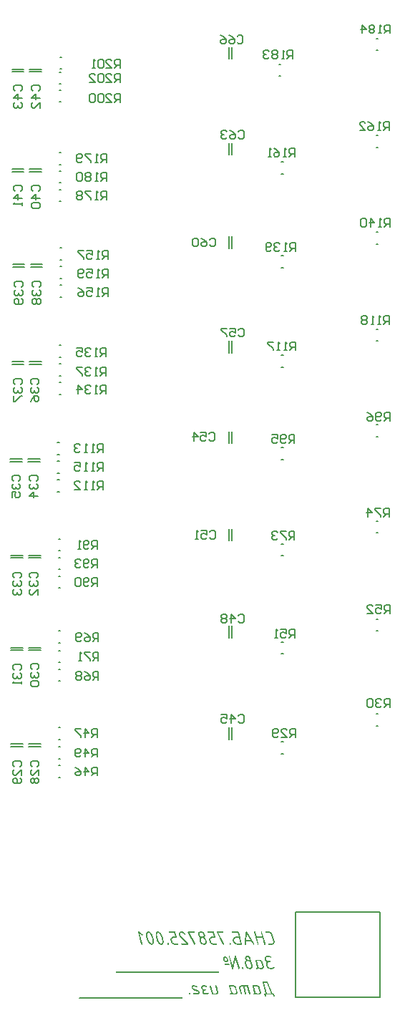
<source format=gbo>
G04*
G04 #@! TF.GenerationSoftware,Altium Limited,Altium Designer,22.5.1 (42)*
G04*
G04 Layer_Color=32896*
%FSLAX44Y44*%
%MOMM*%
G71*
G04*
G04 #@! TF.SameCoordinates,6C3A9871-7614-464A-A6E8-5A1B9E04D4B5*
G04*
G04*
G04 #@! TF.FilePolarity,Positive*
G04*
G01*
G75*
%ADD11C,0.2000*%
%ADD16C,0.1500*%
G36*
X1268959Y1025996D02*
X1269563Y1025913D01*
X1270104Y1025767D01*
X1270583Y1025621D01*
X1270791Y1025538D01*
X1270979Y1025454D01*
X1271146Y1025392D01*
X1271291Y1025309D01*
X1271396Y1025267D01*
X1271479Y1025225D01*
X1271520Y1025184D01*
X1271541D01*
X1271687Y1025080D01*
X1271791Y1024955D01*
X1271854Y1024850D01*
X1271895Y1024725D01*
X1271937Y1024621D01*
X1271958Y1024559D01*
Y1024496D01*
Y1024475D01*
X1271937Y1024371D01*
X1271916Y1024246D01*
X1271833Y1024080D01*
X1271770Y1023955D01*
X1271729Y1023934D01*
Y1023913D01*
X1271646Y1023830D01*
X1271541Y1023788D01*
X1271375Y1023705D01*
X1271229Y1023684D01*
X1271187D01*
X1271125Y1023705D01*
X1271000Y1023747D01*
X1270833Y1023809D01*
X1270667Y1023872D01*
X1270500Y1023934D01*
X1270354Y1023997D01*
X1270250Y1024038D01*
X1270208Y1024059D01*
X1269896Y1024184D01*
X1269604Y1024288D01*
X1269354Y1024351D01*
X1269146Y1024413D01*
X1268979Y1024434D01*
X1268855Y1024455D01*
X1267917D01*
X1267688Y1024434D01*
X1267501Y1024413D01*
X1267334Y1024351D01*
X1267188Y1024288D01*
X1267063Y1024205D01*
X1266959Y1024121D01*
X1266793Y1023934D01*
X1266709Y1023747D01*
X1266647Y1023580D01*
X1266626Y1023455D01*
Y1023434D01*
Y1023413D01*
X1266647Y1023226D01*
X1266668Y1023059D01*
X1266709Y1022913D01*
X1266730Y1022893D01*
Y1022872D01*
X1266834Y1022601D01*
X1266938Y1022351D01*
X1267084Y1022143D01*
X1267251Y1021955D01*
X1267397Y1021810D01*
X1267584Y1021685D01*
X1267751Y1021581D01*
X1267917Y1021497D01*
X1268251Y1021372D01*
X1268396Y1021330D01*
X1268521Y1021310D01*
X1268625D01*
X1268709Y1021289D01*
X1269958D01*
X1270063Y1021247D01*
X1270229Y1021164D01*
X1270354Y1021081D01*
X1270375Y1021060D01*
X1270396Y1021039D01*
X1270521Y1020852D01*
X1270583Y1020685D01*
X1270604Y1020560D01*
Y1020518D01*
Y1020497D01*
X1270583Y1020393D01*
X1270562Y1020268D01*
X1270479Y1020102D01*
X1270417Y1019977D01*
X1270375Y1019956D01*
Y1019935D01*
X1270292Y1019852D01*
X1270188Y1019810D01*
X1270000Y1019727D01*
X1269938D01*
X1269875Y1019706D01*
X1269188D01*
X1268959Y1019685D01*
X1268771Y1019664D01*
X1268584Y1019623D01*
X1268438Y1019539D01*
X1268313Y1019477D01*
X1268209Y1019393D01*
X1268063Y1019206D01*
X1267959Y1019019D01*
X1267917Y1018852D01*
X1267896Y1018727D01*
Y1018706D01*
Y1018685D01*
X1267917Y1018477D01*
X1267938Y1018310D01*
X1267959Y1018165D01*
X1267980Y1018144D01*
Y1018123D01*
X1268084Y1017852D01*
X1268188Y1017602D01*
X1268334Y1017394D01*
X1268480Y1017227D01*
X1268646Y1017061D01*
X1268834Y1016936D01*
X1269000Y1016832D01*
X1269167Y1016748D01*
X1269500Y1016644D01*
X1269646Y1016603D01*
X1269771Y1016582D01*
X1269896D01*
X1269979Y1016561D01*
X1270854D01*
X1271187Y1016582D01*
X1271520Y1016665D01*
X1271875Y1016769D01*
X1272187Y1016894D01*
X1272479Y1017019D01*
X1272708Y1017123D01*
X1272791Y1017165D01*
X1272853Y1017207D01*
X1272895Y1017227D01*
X1272916D01*
X1273062Y1017290D01*
X1273187Y1017311D01*
X1273270Y1017331D01*
X1273437D01*
X1273541Y1017290D01*
X1273708Y1017227D01*
X1273832Y1017144D01*
X1273853Y1017123D01*
X1273874Y1017102D01*
X1273999Y1016915D01*
X1274062Y1016728D01*
Y1016665D01*
X1274082Y1016603D01*
Y1016561D01*
Y1016540D01*
X1274062Y1016394D01*
X1274020Y1016269D01*
X1273895Y1016061D01*
X1273791Y1015936D01*
X1273749Y1015915D01*
X1273728Y1015894D01*
X1273478Y1015728D01*
X1273228Y1015603D01*
X1272770Y1015374D01*
X1272354Y1015207D01*
X1272000Y1015103D01*
X1271708Y1015020D01*
X1271479Y1014999D01*
X1271396Y1014978D01*
X1270479D01*
X1269854Y1015020D01*
X1269313Y1015103D01*
X1268855Y1015207D01*
X1268459Y1015353D01*
X1268292Y1015415D01*
X1268146Y1015478D01*
X1268021Y1015540D01*
X1267938Y1015603D01*
X1267855Y1015645D01*
X1267792Y1015686D01*
X1267772Y1015707D01*
X1267751D01*
X1267563Y1015853D01*
X1267417Y1016019D01*
X1267126Y1016394D01*
X1266876Y1016811D01*
X1266668Y1017207D01*
X1266522Y1017561D01*
X1266459Y1017706D01*
X1266418Y1017852D01*
X1266376Y1017956D01*
X1266355Y1018061D01*
X1266334Y1018102D01*
Y1018123D01*
X1266293Y1018435D01*
X1266272Y1018727D01*
X1266293Y1018998D01*
X1266334Y1019248D01*
X1266376Y1019456D01*
X1266418Y1019602D01*
X1266439Y1019706D01*
X1266459Y1019748D01*
X1266626Y1020039D01*
X1266813Y1020247D01*
X1266897Y1020310D01*
X1266980Y1020372D01*
X1267022Y1020414D01*
X1267042D01*
X1266793Y1020518D01*
X1266563Y1020664D01*
X1266334Y1020831D01*
X1266147Y1021018D01*
X1265814Y1021414D01*
X1265543Y1021830D01*
X1265335Y1022226D01*
X1265251Y1022393D01*
X1265189Y1022559D01*
X1265147Y1022684D01*
X1265106Y1022788D01*
X1265085Y1022851D01*
Y1022872D01*
X1265043Y1023101D01*
X1265001Y1023309D01*
Y1023392D01*
Y1023455D01*
Y1023497D01*
Y1023518D01*
X1265022Y1023892D01*
X1265106Y1024226D01*
X1265230Y1024538D01*
X1265355Y1024788D01*
X1265501Y1024996D01*
X1265605Y1025163D01*
X1265689Y1025246D01*
X1265730Y1025288D01*
X1266022Y1025538D01*
X1266313Y1025725D01*
X1266605Y1025850D01*
X1266897Y1025954D01*
X1267126Y1025996D01*
X1267334Y1026017D01*
X1267459Y1026038D01*
X1268313D01*
X1268959Y1025996D01*
D02*
G37*
G36*
X1256691D02*
X1257170Y1025954D01*
X1257607Y1025892D01*
X1258003Y1025829D01*
X1258378Y1025746D01*
X1258711Y1025663D01*
X1259003Y1025579D01*
X1259274Y1025496D01*
X1259503Y1025413D01*
X1259690Y1025330D01*
X1259857Y1025267D01*
X1259982Y1025204D01*
X1260086Y1025163D01*
X1260128Y1025142D01*
X1260148Y1025121D01*
X1260273Y1025017D01*
X1260378Y1024913D01*
X1260440Y1024809D01*
X1260502Y1024684D01*
X1260523Y1024601D01*
X1260544Y1024517D01*
Y1024455D01*
Y1024434D01*
X1260523Y1024330D01*
X1260502Y1024205D01*
X1260419Y1024038D01*
X1260357Y1023913D01*
X1260315Y1023892D01*
Y1023872D01*
X1260232Y1023788D01*
X1260128Y1023747D01*
X1259940Y1023663D01*
X1259878D01*
X1259815Y1023642D01*
X1259753D01*
X1259607Y1023663D01*
X1259503Y1023705D01*
X1259419Y1023747D01*
X1259378Y1023767D01*
X1259149Y1023892D01*
X1258899Y1023997D01*
X1258357Y1024163D01*
X1257816Y1024288D01*
X1257274Y1024371D01*
X1257024Y1024392D01*
X1256795Y1024413D01*
X1256587Y1024434D01*
X1256420Y1024455D01*
X1255900D01*
X1255733Y1024413D01*
X1255504Y1024330D01*
X1255316Y1024205D01*
X1255212Y1024059D01*
X1255129Y1023892D01*
X1255108Y1023767D01*
X1255087Y1023684D01*
Y1023642D01*
X1255108Y1023455D01*
X1255129Y1023288D01*
X1255254Y1022997D01*
X1255400Y1022747D01*
X1255587Y1022559D01*
X1255775Y1022414D01*
X1255941Y1022309D01*
X1256066Y1022247D01*
X1256087Y1022226D01*
X1256108D01*
X1260877Y1020352D01*
X1261232Y1020185D01*
X1261544Y1019997D01*
X1261835Y1019789D01*
X1262065Y1019602D01*
X1262252Y1019414D01*
X1262398Y1019268D01*
X1262502Y1019164D01*
X1262523Y1019123D01*
X1262752Y1018769D01*
X1262939Y1018435D01*
X1263064Y1018123D01*
X1263148Y1017831D01*
X1263189Y1017581D01*
X1263210Y1017373D01*
X1263231Y1017248D01*
Y1017227D01*
Y1017207D01*
X1263210Y1016873D01*
X1263127Y1016582D01*
X1263023Y1016311D01*
X1262919Y1016082D01*
X1262794Y1015894D01*
X1262710Y1015769D01*
X1262627Y1015665D01*
X1262606Y1015645D01*
X1262356Y1015415D01*
X1262085Y1015270D01*
X1261835Y1015145D01*
X1261586Y1015061D01*
X1261377Y1015020D01*
X1261211Y1014999D01*
X1261106Y1014978D01*
X1261065D01*
X1260419Y1014999D01*
X1259794Y1015020D01*
X1259232Y1015061D01*
X1258982Y1015103D01*
X1258753Y1015124D01*
X1258545Y1015145D01*
X1258357Y1015186D01*
X1258191Y1015207D01*
X1258045Y1015228D01*
X1257941Y1015249D01*
X1257857D01*
X1257816Y1015270D01*
X1257795D01*
X1257545Y1015311D01*
X1257337Y1015353D01*
X1257149Y1015395D01*
X1256983Y1015436D01*
X1256837Y1015457D01*
X1256712Y1015478D01*
X1256524Y1015540D01*
X1256399Y1015561D01*
X1256316Y1015582D01*
X1256274Y1015603D01*
X1256087Y1015665D01*
X1255920Y1015749D01*
X1255795Y1015811D01*
X1255670Y1015894D01*
X1255483Y1016040D01*
X1255358Y1016207D01*
X1255295Y1016332D01*
X1255254Y1016436D01*
X1255233Y1016519D01*
Y1016540D01*
X1255275Y1016811D01*
X1255358Y1016998D01*
X1255483Y1017144D01*
X1255629Y1017227D01*
X1255775Y1017290D01*
X1255900Y1017311D01*
X1255983Y1017331D01*
X1256129D01*
X1256233Y1017311D01*
X1256295Y1017290D01*
X1256316Y1017269D01*
X1257066Y1017040D01*
X1257816Y1016852D01*
X1258545Y1016728D01*
X1258878Y1016686D01*
X1259211Y1016644D01*
X1259503Y1016623D01*
X1259794Y1016603D01*
X1260023Y1016582D01*
X1260253D01*
X1260419Y1016561D01*
X1260815D01*
X1260961Y1016603D01*
X1261190Y1016686D01*
X1261357Y1016811D01*
X1261461Y1016977D01*
X1261544Y1017123D01*
X1261565Y1017248D01*
X1261586Y1017331D01*
Y1017373D01*
X1261565Y1017561D01*
X1261544Y1017727D01*
X1261419Y1018019D01*
X1261252Y1018269D01*
X1261065Y1018456D01*
X1260877Y1018602D01*
X1260732Y1018706D01*
X1260607Y1018769D01*
X1260586Y1018790D01*
X1260565D01*
X1255795Y1020643D01*
X1255525Y1020768D01*
X1255275Y1020914D01*
X1255046Y1021060D01*
X1254858Y1021206D01*
X1254712Y1021330D01*
X1254587Y1021435D01*
X1254525Y1021497D01*
X1254504Y1021518D01*
X1254317Y1021726D01*
X1254150Y1021935D01*
X1254025Y1022122D01*
X1253900Y1022330D01*
X1253713Y1022684D01*
X1253588Y1023038D01*
X1253525Y1023309D01*
X1253484Y1023538D01*
X1253463Y1023622D01*
Y1023684D01*
Y1023705D01*
Y1023726D01*
X1253484Y1023934D01*
X1253504Y1024142D01*
X1253567Y1024330D01*
X1253608Y1024517D01*
X1253671Y1024642D01*
X1253733Y1024767D01*
X1253754Y1024830D01*
X1253775Y1024850D01*
X1253900Y1025059D01*
X1254046Y1025246D01*
X1254212Y1025392D01*
X1254358Y1025538D01*
X1254504Y1025663D01*
X1254671Y1025746D01*
X1254962Y1025892D01*
X1255233Y1025975D01*
X1255462Y1026017D01*
X1255525Y1026038D01*
X1256191D01*
X1256691Y1025996D01*
D02*
G37*
G36*
X1282622Y1026017D02*
X1282789Y1025954D01*
X1282913Y1025850D01*
X1283018Y1025746D01*
X1283080Y1025621D01*
X1283122Y1025538D01*
X1283163Y1025454D01*
Y1025434D01*
X1285121Y1018123D01*
X1285163Y1017894D01*
X1285184Y1017686D01*
X1285204Y1017602D01*
Y1017540D01*
Y1017498D01*
Y1017477D01*
X1285163Y1017102D01*
X1285079Y1016769D01*
X1284975Y1016478D01*
X1284830Y1016207D01*
X1284705Y1015999D01*
X1284580Y1015832D01*
X1284496Y1015749D01*
X1284476Y1015707D01*
X1284184Y1015457D01*
X1283892Y1015290D01*
X1283601Y1015165D01*
X1283309Y1015061D01*
X1283080Y1015020D01*
X1282872Y1014999D01*
X1282747Y1014978D01*
X1278644D01*
X1278373Y1015020D01*
X1278144Y1015103D01*
X1277956Y1015228D01*
X1277811Y1015374D01*
X1277727Y1015499D01*
X1277644Y1015624D01*
X1277623Y1015707D01*
X1277602Y1015749D01*
X1275103Y1025017D01*
X1275082Y1025080D01*
Y1025163D01*
Y1025225D01*
Y1025246D01*
X1275124Y1025517D01*
X1275207Y1025704D01*
X1275332Y1025850D01*
X1275478Y1025934D01*
X1275624Y1025996D01*
X1275749Y1026017D01*
X1275832Y1026038D01*
X1275874D01*
X1276082Y1026017D01*
X1276228Y1025954D01*
X1276373Y1025850D01*
X1276457Y1025746D01*
X1276540Y1025621D01*
X1276582Y1025538D01*
X1276623Y1025454D01*
Y1025434D01*
X1278998Y1016561D01*
X1282289D01*
X1282518Y1016582D01*
X1282705Y1016603D01*
X1282872Y1016644D01*
X1283018Y1016728D01*
X1283143Y1016790D01*
X1283247Y1016873D01*
X1283392Y1017061D01*
X1283497Y1017248D01*
X1283538Y1017415D01*
X1283559Y1017519D01*
Y1017540D01*
Y1017561D01*
Y1017748D01*
X1283538Y1017936D01*
X1283517Y1018081D01*
Y1018102D01*
Y1018123D01*
X1281664Y1025017D01*
X1281643Y1025080D01*
X1281622Y1025163D01*
Y1025225D01*
Y1025246D01*
X1281664Y1025517D01*
X1281747Y1025704D01*
X1281872Y1025850D01*
X1282018Y1025934D01*
X1282164Y1025996D01*
X1282289Y1026017D01*
X1282372Y1026038D01*
X1282414D01*
X1282622Y1026017D01*
D02*
G37*
G36*
X1331026D02*
X1331568Y1025934D01*
X1332026Y1025808D01*
X1332422Y1025684D01*
X1332713Y1025538D01*
X1332838Y1025475D01*
X1332921Y1025434D01*
X1333005Y1025371D01*
X1333067Y1025350D01*
X1333088Y1025309D01*
X1333109D01*
X1333275Y1025163D01*
X1333442Y1024996D01*
X1333755Y1024621D01*
X1333984Y1024205D01*
X1334192Y1023809D01*
X1334359Y1023434D01*
X1334400Y1023268D01*
X1334463Y1023143D01*
X1334504Y1023018D01*
X1334525Y1022934D01*
X1334546Y1022872D01*
Y1022851D01*
X1335796Y1018123D01*
X1335837Y1017894D01*
X1335858Y1017665D01*
X1335879Y1017581D01*
Y1017519D01*
Y1017477D01*
Y1017457D01*
X1335837Y1017082D01*
X1335754Y1016748D01*
X1335650Y1016457D01*
X1335504Y1016207D01*
X1335379Y1015999D01*
X1335254Y1015832D01*
X1335171Y1015749D01*
X1335150Y1015707D01*
X1334859Y1015457D01*
X1334567Y1015290D01*
X1334275Y1015165D01*
X1333984Y1015061D01*
X1333755Y1015020D01*
X1333546Y1014999D01*
X1333421Y1014978D01*
X1331755D01*
X1331443Y1014999D01*
X1331130Y1015020D01*
X1330880Y1015061D01*
X1330630Y1015124D01*
X1330401Y1015186D01*
X1330193Y1015270D01*
X1330026Y1015353D01*
X1329860Y1015436D01*
X1329610Y1015582D01*
X1329422Y1015728D01*
X1329339Y1015832D01*
X1329297Y1015874D01*
X1329235Y1015707D01*
X1329131Y1015582D01*
X1328902Y1015353D01*
X1328652Y1015207D01*
X1328360Y1015082D01*
X1328110Y1015020D01*
X1327881Y1014999D01*
X1327798Y1014978D01*
X1327673D01*
X1327381Y1015020D01*
X1327152Y1015103D01*
X1326985Y1015228D01*
X1326840Y1015374D01*
X1326756Y1015499D01*
X1326694Y1015624D01*
X1326652Y1015707D01*
Y1015749D01*
X1326631Y1015894D01*
Y1016019D01*
X1326673Y1016207D01*
X1326756Y1016353D01*
X1326881Y1016436D01*
X1327006Y1016498D01*
X1327131Y1016519D01*
X1327215Y1016540D01*
X1327256D01*
X1327464Y1016561D01*
X1327610Y1016623D01*
X1327735Y1016728D01*
X1327798Y1016832D01*
X1327839Y1016936D01*
X1327860Y1017040D01*
X1327881Y1017102D01*
Y1017123D01*
X1327860Y1017269D01*
Y1017311D01*
Y1017331D01*
X1325715Y1025225D01*
X1325694Y1025350D01*
Y1025454D01*
X1325736Y1025642D01*
X1325798Y1025746D01*
X1325819Y1025788D01*
X1325902Y1025871D01*
X1325986Y1025934D01*
X1326152Y1026017D01*
X1326277Y1026038D01*
X1330422D01*
X1331026Y1026017D01*
D02*
G37*
G36*
X1320216D02*
X1320383Y1025934D01*
X1320529Y1025850D01*
X1320633Y1025725D01*
X1320695Y1025621D01*
X1320737Y1025517D01*
X1320779Y1025434D01*
Y1025413D01*
X1323320Y1015978D01*
X1323341Y1015874D01*
Y1015790D01*
Y1015749D01*
Y1015728D01*
X1323320Y1015624D01*
X1323299Y1015519D01*
X1323216Y1015353D01*
X1323153Y1015249D01*
X1323112Y1015228D01*
Y1015207D01*
X1323007Y1015124D01*
X1322924Y1015082D01*
X1322737Y1014999D01*
X1322591Y1014978D01*
X1322549D01*
X1322341Y1014999D01*
X1322195Y1015061D01*
X1322049Y1015165D01*
X1321945Y1015270D01*
X1321883Y1015374D01*
X1321841Y1015478D01*
X1321799Y1015540D01*
Y1015561D01*
X1319425Y1024455D01*
X1316113D01*
X1318404Y1015978D01*
X1318425Y1015874D01*
X1318446Y1015790D01*
Y1015749D01*
Y1015728D01*
X1318425Y1015624D01*
X1318404Y1015519D01*
X1318321Y1015353D01*
X1318259Y1015249D01*
X1318217Y1015228D01*
Y1015207D01*
X1318113Y1015124D01*
X1318029Y1015082D01*
X1317842Y1014999D01*
X1317696Y1014978D01*
X1317655D01*
X1317446Y1014999D01*
X1317280Y1015061D01*
X1317155Y1015165D01*
X1317050Y1015270D01*
X1316967Y1015374D01*
X1316926Y1015478D01*
X1316884Y1015540D01*
Y1015561D01*
X1314509Y1024455D01*
X1312864D01*
X1312635Y1024434D01*
X1312448Y1024413D01*
X1312260Y1024371D01*
X1312114Y1024309D01*
X1311989Y1024226D01*
X1311885Y1024142D01*
X1311739Y1023955D01*
X1311635Y1023767D01*
X1311594Y1023622D01*
X1311573Y1023497D01*
Y1023476D01*
Y1023455D01*
X1311594Y1023247D01*
X1311614Y1023038D01*
X1311635Y1022976D01*
Y1022913D01*
X1311656Y1022872D01*
Y1022851D01*
X1313489Y1015978D01*
X1313531Y1015874D01*
X1313551Y1015790D01*
Y1015749D01*
Y1015728D01*
X1313531Y1015624D01*
X1313510Y1015519D01*
X1313427Y1015353D01*
X1313343Y1015249D01*
X1313302Y1015228D01*
Y1015207D01*
X1313197Y1015124D01*
X1313114Y1015082D01*
X1312927Y1014999D01*
X1312781Y1014978D01*
X1312739D01*
X1312531Y1014999D01*
X1312385Y1015061D01*
X1312239Y1015165D01*
X1312135Y1015270D01*
X1312073Y1015374D01*
X1312031Y1015478D01*
X1311989Y1015540D01*
Y1015561D01*
X1310031Y1022851D01*
X1309969Y1023080D01*
X1309948Y1023288D01*
X1309927Y1023372D01*
Y1023434D01*
Y1023476D01*
Y1023497D01*
X1309948Y1023747D01*
X1309969Y1023976D01*
X1310031Y1024205D01*
X1310094Y1024371D01*
X1310157Y1024538D01*
X1310198Y1024642D01*
X1310240Y1024725D01*
X1310261Y1024746D01*
X1310406Y1024975D01*
X1310552Y1025163D01*
X1310719Y1025350D01*
X1310885Y1025496D01*
X1311073Y1025621D01*
X1311260Y1025725D01*
X1311614Y1025871D01*
X1311927Y1025975D01*
X1312073Y1025996D01*
X1312198Y1026017D01*
X1312302Y1026038D01*
X1320008D01*
X1320216Y1026017D01*
D02*
G37*
G36*
X1303242D02*
X1303783Y1025934D01*
X1304241Y1025808D01*
X1304637Y1025684D01*
X1304929Y1025538D01*
X1305054Y1025475D01*
X1305137Y1025434D01*
X1305220Y1025371D01*
X1305283Y1025350D01*
X1305303Y1025309D01*
X1305324D01*
X1305491Y1025163D01*
X1305658Y1024996D01*
X1305970Y1024621D01*
X1306199Y1024205D01*
X1306407Y1023809D01*
X1306574Y1023434D01*
X1306616Y1023268D01*
X1306678Y1023143D01*
X1306720Y1023018D01*
X1306741Y1022934D01*
X1306761Y1022872D01*
Y1022851D01*
X1308011Y1018123D01*
X1308053Y1017894D01*
X1308074Y1017665D01*
X1308094Y1017581D01*
Y1017519D01*
Y1017477D01*
Y1017457D01*
X1308053Y1017082D01*
X1307970Y1016748D01*
X1307865Y1016457D01*
X1307720Y1016207D01*
X1307595Y1015999D01*
X1307470Y1015832D01*
X1307386Y1015749D01*
X1307366Y1015707D01*
X1307074Y1015457D01*
X1306782Y1015290D01*
X1306491Y1015165D01*
X1306199Y1015061D01*
X1305970Y1015020D01*
X1305762Y1014999D01*
X1305637Y1014978D01*
X1303970D01*
X1303658Y1014999D01*
X1303346Y1015020D01*
X1303096Y1015061D01*
X1302846Y1015124D01*
X1302617Y1015186D01*
X1302408Y1015270D01*
X1302242Y1015353D01*
X1302075Y1015436D01*
X1301825Y1015582D01*
X1301638Y1015728D01*
X1301555Y1015832D01*
X1301513Y1015874D01*
X1301450Y1015707D01*
X1301346Y1015582D01*
X1301117Y1015353D01*
X1300867Y1015207D01*
X1300576Y1015082D01*
X1300326Y1015020D01*
X1300096Y1014999D01*
X1300013Y1014978D01*
X1299888D01*
X1299597Y1015020D01*
X1299368Y1015103D01*
X1299201Y1015228D01*
X1299055Y1015374D01*
X1298972Y1015499D01*
X1298909Y1015624D01*
X1298868Y1015707D01*
Y1015749D01*
X1298847Y1015894D01*
Y1016019D01*
X1298889Y1016207D01*
X1298972Y1016353D01*
X1299097Y1016436D01*
X1299222Y1016498D01*
X1299347Y1016519D01*
X1299430Y1016540D01*
X1299472D01*
X1299680Y1016561D01*
X1299826Y1016623D01*
X1299951Y1016728D01*
X1300013Y1016832D01*
X1300055Y1016936D01*
X1300076Y1017040D01*
X1300096Y1017102D01*
Y1017123D01*
X1300076Y1017269D01*
Y1017311D01*
Y1017331D01*
X1297930Y1025225D01*
X1297910Y1025350D01*
Y1025454D01*
X1297951Y1025642D01*
X1298014Y1025746D01*
X1298035Y1025788D01*
X1298118Y1025871D01*
X1298201Y1025934D01*
X1298368Y1026017D01*
X1298493Y1026038D01*
X1302638D01*
X1303242Y1026017D01*
D02*
G37*
G36*
X1251463Y1017331D02*
X1251609Y1017269D01*
X1251734Y1017165D01*
X1251838Y1017061D01*
X1251900Y1016936D01*
X1251942Y1016852D01*
X1251984Y1016769D01*
Y1016748D01*
X1252213Y1015978D01*
X1252234Y1015915D01*
Y1015832D01*
Y1015769D01*
Y1015749D01*
X1252192Y1015499D01*
X1252109Y1015311D01*
X1251984Y1015165D01*
X1251838Y1015082D01*
X1251713Y1015020D01*
X1251588Y1014999D01*
X1251505Y1014978D01*
X1251463D01*
X1251255Y1014999D01*
X1251088Y1015061D01*
X1250963Y1015165D01*
X1250859Y1015270D01*
X1250776Y1015374D01*
X1250734Y1015478D01*
X1250693Y1015540D01*
Y1015561D01*
X1250484Y1016332D01*
X1250463Y1016394D01*
Y1016478D01*
Y1016540D01*
Y1016561D01*
X1250505Y1016832D01*
X1250588Y1017019D01*
X1250713Y1017165D01*
X1250859Y1017248D01*
X1251005Y1017311D01*
X1251130Y1017331D01*
X1251213Y1017352D01*
X1251255D01*
X1251463Y1017331D01*
D02*
G37*
G36*
X1343273Y1030724D02*
X1343481Y1030641D01*
X1343648Y1030536D01*
X1343773Y1030391D01*
X1343877Y1030245D01*
X1343940Y1030141D01*
X1343981Y1030058D01*
X1344002Y1030016D01*
X1349334Y1016561D01*
X1350125D01*
X1350396Y1016519D01*
X1350625Y1016436D01*
X1350813Y1016311D01*
X1350938Y1016165D01*
X1351042Y1015999D01*
X1351104Y1015874D01*
X1351125Y1015790D01*
X1351146Y1015749D01*
X1351729Y1013624D01*
X1351750Y1013520D01*
Y1013437D01*
Y1013395D01*
Y1013374D01*
X1351729Y1013270D01*
X1351708Y1013166D01*
X1351625Y1012999D01*
X1351562Y1012895D01*
X1351521Y1012874D01*
Y1012853D01*
X1351417Y1012770D01*
X1351333Y1012708D01*
X1351146Y1012645D01*
X1351000Y1012604D01*
X1350959D01*
X1350750Y1012624D01*
X1350604Y1012708D01*
X1350459Y1012791D01*
X1350354Y1012916D01*
X1350292Y1013020D01*
X1350250Y1013124D01*
X1350209Y1013187D01*
Y1013208D01*
X1349730Y1014978D01*
X1341544D01*
X1341877Y1013624D01*
X1341919Y1013520D01*
X1341940Y1013437D01*
X1341961Y1013395D01*
Y1013374D01*
X1341940Y1013270D01*
X1341919Y1013166D01*
X1341836Y1012999D01*
X1341752Y1012895D01*
X1341711Y1012874D01*
Y1012853D01*
X1341607Y1012770D01*
X1341523Y1012708D01*
X1341336Y1012645D01*
X1341190Y1012604D01*
X1341149D01*
X1340940Y1012624D01*
X1340794Y1012708D01*
X1340649Y1012791D01*
X1340544Y1012916D01*
X1340482Y1013020D01*
X1340440Y1013124D01*
X1340399Y1013187D01*
Y1013208D01*
X1339711Y1015769D01*
X1339691Y1015874D01*
Y1015978D01*
X1339732Y1016165D01*
X1339795Y1016269D01*
X1339816Y1016311D01*
X1339878Y1016394D01*
X1339961Y1016457D01*
X1340128Y1016540D01*
X1340253Y1016561D01*
X1341128D01*
X1337525Y1029974D01*
X1337504Y1030078D01*
X1337525Y1030162D01*
X1337566Y1030328D01*
X1337629Y1030453D01*
X1337649Y1030474D01*
Y1030495D01*
X1337733Y1030578D01*
X1337795Y1030661D01*
X1337962Y1030724D01*
X1338087Y1030766D01*
X1343023D01*
X1343273Y1030724D01*
D02*
G37*
G36*
X1242340Y1011770D02*
X1242528Y1011687D01*
X1242674Y1011562D01*
X1242757Y1011437D01*
X1242820Y1011291D01*
X1242840Y1011167D01*
X1242861Y1011083D01*
Y1011041D01*
X1242820Y1010771D01*
X1242736Y1010583D01*
X1242611Y1010437D01*
X1242466Y1010354D01*
X1242320Y1010292D01*
X1242195Y1010271D01*
X1242111Y1010250D01*
X1121163D01*
X1120892Y1010292D01*
X1120705Y1010375D01*
X1120559Y1010500D01*
X1120476Y1010646D01*
X1120413Y1010792D01*
X1120393Y1010917D01*
X1120372Y1011000D01*
Y1011041D01*
X1120413Y1011291D01*
X1120497Y1011479D01*
X1120622Y1011625D01*
X1120768Y1011708D01*
X1120913Y1011770D01*
X1121038Y1011791D01*
X1121122Y1011812D01*
X1242070D01*
X1242340Y1011770D01*
D02*
G37*
G36*
X1344689Y1060974D02*
X1345418Y1060870D01*
X1346106Y1060745D01*
X1346418Y1060662D01*
X1346710Y1060578D01*
X1346980Y1060495D01*
X1347209Y1060412D01*
X1347439Y1060349D01*
X1347605Y1060287D01*
X1347751Y1060224D01*
X1347855Y1060183D01*
X1347918Y1060162D01*
X1347939Y1060141D01*
X1348084Y1060058D01*
X1348188Y1059954D01*
X1348272Y1059829D01*
X1348313Y1059704D01*
X1348355Y1059600D01*
X1348376Y1059516D01*
Y1059454D01*
Y1059433D01*
X1348355Y1059329D01*
X1348334Y1059204D01*
X1348251Y1059037D01*
X1348188Y1058912D01*
X1348147Y1058891D01*
Y1058870D01*
X1348063Y1058787D01*
X1347959Y1058745D01*
X1347772Y1058662D01*
X1347709D01*
X1347647Y1058641D01*
X1347584D01*
X1347439Y1058662D01*
X1347334Y1058683D01*
X1347251Y1058704D01*
X1347209Y1058725D01*
X1346689Y1058954D01*
X1346168Y1059141D01*
X1345689Y1059266D01*
X1345231Y1059350D01*
X1345043Y1059370D01*
X1344856Y1059391D01*
X1344710Y1059412D01*
X1344564Y1059433D01*
X1343502D01*
X1343169Y1059412D01*
X1342877Y1059370D01*
X1342607Y1059287D01*
X1342398Y1059183D01*
X1342211Y1059037D01*
X1342044Y1058912D01*
X1341919Y1058745D01*
X1341815Y1058600D01*
X1341752Y1058454D01*
X1341690Y1058287D01*
X1341607Y1058037D01*
Y1057912D01*
X1341586Y1057829D01*
Y1057787D01*
Y1057767D01*
X1341607Y1057517D01*
X1341628Y1057288D01*
X1341648Y1057204D01*
X1341669Y1057121D01*
X1341690Y1057079D01*
Y1057058D01*
X1341773Y1056829D01*
X1341857Y1056600D01*
X1341961Y1056392D01*
X1342065Y1056225D01*
X1342169Y1056079D01*
X1342252Y1055975D01*
X1342315Y1055892D01*
X1342336Y1055871D01*
X1342523Y1055663D01*
X1342731Y1055496D01*
X1342940Y1055330D01*
X1343148Y1055205D01*
X1343565Y1054996D01*
X1343940Y1054851D01*
X1344273Y1054767D01*
X1344418Y1054747D01*
X1344543Y1054726D01*
X1344627Y1054705D01*
X1346626D01*
X1346897Y1054663D01*
X1347085Y1054580D01*
X1347230Y1054455D01*
X1347314Y1054309D01*
X1347376Y1054163D01*
X1347397Y1054038D01*
X1347418Y1053955D01*
Y1053913D01*
X1347376Y1053643D01*
X1347293Y1053455D01*
X1347168Y1053309D01*
X1347022Y1053226D01*
X1346876Y1053164D01*
X1346751Y1053143D01*
X1346668Y1053122D01*
X1345210D01*
X1344856Y1053101D01*
X1344564Y1053059D01*
X1344294Y1052976D01*
X1344085Y1052893D01*
X1343898Y1052789D01*
X1343731Y1052664D01*
X1343606Y1052518D01*
X1343502Y1052393D01*
X1343419Y1052247D01*
X1343356Y1052101D01*
X1343273Y1051872D01*
Y1051789D01*
X1343252Y1051706D01*
Y1051664D01*
Y1051643D01*
X1343273Y1051331D01*
X1343315Y1051039D01*
X1343336Y1050914D01*
X1343356Y1050831D01*
X1343377Y1050768D01*
Y1050748D01*
X1343794Y1049165D01*
X1343919Y1048811D01*
X1344085Y1048477D01*
X1344273Y1048186D01*
X1344460Y1047957D01*
X1344648Y1047748D01*
X1344814Y1047603D01*
X1344918Y1047519D01*
X1344939Y1047478D01*
X1344960D01*
X1345293Y1047249D01*
X1345627Y1047103D01*
X1345960Y1046978D01*
X1346251Y1046894D01*
X1346501Y1046853D01*
X1346710Y1046832D01*
X1346835Y1046811D01*
X1347709D01*
X1348313Y1046832D01*
X1348876Y1046915D01*
X1349355Y1047019D01*
X1349771Y1047144D01*
X1349938Y1047186D01*
X1350105Y1047249D01*
X1350229Y1047311D01*
X1350334Y1047353D01*
X1350417Y1047394D01*
X1350479Y1047436D01*
X1350521Y1047457D01*
X1350542D01*
X1350709Y1047540D01*
X1350833Y1047561D01*
X1350917Y1047582D01*
X1351084D01*
X1351208Y1047540D01*
X1351375Y1047478D01*
X1351500Y1047394D01*
X1351521Y1047373D01*
X1351542Y1047353D01*
X1351667Y1047165D01*
X1351729Y1046978D01*
Y1046915D01*
X1351750Y1046853D01*
Y1046811D01*
Y1046790D01*
X1351729Y1046645D01*
X1351687Y1046519D01*
X1351583Y1046311D01*
X1351458Y1046186D01*
X1351438Y1046165D01*
X1351417Y1046145D01*
X1351146Y1045978D01*
X1350875Y1045853D01*
X1350313Y1045624D01*
X1349751Y1045457D01*
X1349251Y1045353D01*
X1349021Y1045312D01*
X1348813Y1045270D01*
X1348626Y1045249D01*
X1348459D01*
X1348334Y1045228D01*
X1347314D01*
X1346835Y1045249D01*
X1346376Y1045291D01*
X1345981Y1045374D01*
X1345627Y1045457D01*
X1345335Y1045520D01*
X1345127Y1045603D01*
X1345043Y1045624D01*
X1344981Y1045645D01*
X1344960Y1045666D01*
X1344939D01*
X1344564Y1045853D01*
X1344231Y1046061D01*
X1343919Y1046311D01*
X1343627Y1046582D01*
X1343377Y1046874D01*
X1343148Y1047165D01*
X1342961Y1047457D01*
X1342773Y1047748D01*
X1342627Y1048019D01*
X1342502Y1048290D01*
X1342398Y1048540D01*
X1342315Y1048748D01*
X1342252Y1048915D01*
X1342211Y1049061D01*
X1342169Y1049144D01*
Y1049165D01*
X1341752Y1050748D01*
X1341669Y1051081D01*
X1341648Y1051227D01*
Y1051372D01*
X1341628Y1051477D01*
Y1051560D01*
Y1051622D01*
Y1051643D01*
Y1051935D01*
X1341669Y1052206D01*
X1341711Y1052456D01*
X1341773Y1052664D01*
X1341857Y1052851D01*
X1341940Y1053018D01*
X1342023Y1053185D01*
X1342107Y1053309D01*
X1342294Y1053497D01*
X1342461Y1053643D01*
X1342565Y1053705D01*
X1342586Y1053726D01*
X1342607D01*
X1342273Y1053893D01*
X1341961Y1054080D01*
X1341669Y1054309D01*
X1341419Y1054559D01*
X1341190Y1054830D01*
X1340982Y1055101D01*
X1340794Y1055392D01*
X1340628Y1055684D01*
X1340503Y1055955D01*
X1340378Y1056205D01*
X1340274Y1056434D01*
X1340190Y1056642D01*
X1340149Y1056808D01*
X1340107Y1056954D01*
X1340065Y1057038D01*
Y1057058D01*
X1340003Y1057329D01*
X1339982Y1057579D01*
X1339961Y1057663D01*
Y1057746D01*
Y1057787D01*
Y1057808D01*
X1339982Y1058100D01*
X1340024Y1058391D01*
X1340086Y1058662D01*
X1340149Y1058891D01*
X1340232Y1059079D01*
X1340295Y1059225D01*
X1340336Y1059308D01*
X1340357Y1059350D01*
X1340524Y1059641D01*
X1340732Y1059891D01*
X1340940Y1060120D01*
X1341149Y1060308D01*
X1341378Y1060474D01*
X1341607Y1060620D01*
X1341836Y1060724D01*
X1342044Y1060807D01*
X1342461Y1060932D01*
X1342627Y1060974D01*
X1342773Y1060995D01*
X1342898Y1061016D01*
X1343898D01*
X1344689Y1060974D01*
D02*
G37*
G36*
X1293348Y1060203D02*
X1293640Y1060183D01*
X1293911Y1060120D01*
X1294140Y1060079D01*
X1294348Y1060016D01*
X1294494Y1059954D01*
X1294577Y1059933D01*
X1294619Y1059912D01*
X1294890Y1059766D01*
X1295139Y1059620D01*
X1295369Y1059433D01*
X1295556Y1059245D01*
X1295910Y1058850D01*
X1296181Y1058433D01*
X1296389Y1058058D01*
X1296452Y1057892D01*
X1296514Y1057746D01*
X1296556Y1057621D01*
X1296597Y1057538D01*
X1296618Y1057475D01*
Y1057454D01*
X1297035Y1055871D01*
X1297097Y1055663D01*
X1297118Y1055475D01*
X1297139Y1055392D01*
Y1055330D01*
Y1055288D01*
Y1055267D01*
X1297118Y1054955D01*
X1297035Y1054663D01*
X1296931Y1054392D01*
X1296806Y1054184D01*
X1296702Y1053997D01*
X1296597Y1053872D01*
X1296514Y1053768D01*
X1296493Y1053747D01*
X1296243Y1053539D01*
X1295973Y1053393D01*
X1295723Y1053268D01*
X1295473Y1053205D01*
X1295264Y1053164D01*
X1295098Y1053143D01*
X1294994Y1053122D01*
X1294952D01*
X1294619Y1053143D01*
X1294285Y1053185D01*
X1294015Y1053226D01*
X1293765Y1053289D01*
X1293557Y1053351D01*
X1293390Y1053414D01*
X1293307Y1053434D01*
X1293265Y1053455D01*
X1293015Y1053580D01*
X1292765Y1053747D01*
X1292557Y1053913D01*
X1292348Y1054101D01*
X1292036Y1054497D01*
X1291765Y1054913D01*
X1291578Y1055288D01*
X1291495Y1055434D01*
X1291453Y1055580D01*
X1291411Y1055705D01*
X1291370Y1055788D01*
X1291349Y1055850D01*
Y1055871D01*
X1290911Y1057454D01*
X1290870Y1057621D01*
X1290849Y1057787D01*
Y1057933D01*
Y1057954D01*
Y1057975D01*
X1290870Y1058308D01*
X1290953Y1058600D01*
X1291057Y1058870D01*
X1291182Y1059100D01*
X1291307Y1059287D01*
X1291411Y1059412D01*
X1291495Y1059516D01*
X1291515Y1059537D01*
X1291765Y1059766D01*
X1292015Y1059933D01*
X1292286Y1060058D01*
X1292515Y1060141D01*
X1292723Y1060183D01*
X1292890Y1060224D01*
X1293036D01*
X1293348Y1060203D01*
D02*
G37*
G36*
X1297868Y1051497D02*
X1298055Y1051414D01*
X1298159Y1051331D01*
X1298180Y1051310D01*
X1298201Y1051289D01*
X1298284Y1051206D01*
X1298326Y1051102D01*
X1298409Y1050935D01*
X1298430Y1050810D01*
Y1050768D01*
Y1050748D01*
X1298409Y1050643D01*
X1298389Y1050518D01*
X1298305Y1050352D01*
X1298243Y1050227D01*
X1298201Y1050206D01*
Y1050185D01*
X1298118Y1050102D01*
X1298014Y1050060D01*
X1297847Y1049977D01*
X1297701Y1049956D01*
X1293515D01*
X1293411Y1049977D01*
X1293307Y1049998D01*
X1293119Y1050081D01*
X1293015Y1050144D01*
X1292973Y1050185D01*
X1292890Y1050268D01*
X1292828Y1050373D01*
X1292744Y1050560D01*
Y1050623D01*
X1292723Y1050685D01*
Y1050727D01*
Y1050748D01*
X1292765Y1051018D01*
X1292848Y1051206D01*
X1292973Y1051352D01*
X1293119Y1051435D01*
X1293265Y1051497D01*
X1293390Y1051518D01*
X1293473Y1051539D01*
X1297764D01*
X1297868Y1051497D01*
D02*
G37*
G36*
X1305928Y1060995D02*
X1306074Y1060932D01*
X1306220Y1060828D01*
X1306303Y1060724D01*
X1306387Y1060599D01*
X1306428Y1060516D01*
X1306470Y1060433D01*
Y1060412D01*
X1310281Y1046228D01*
X1310302Y1046124D01*
Y1046040D01*
Y1045999D01*
Y1045978D01*
X1310281Y1045874D01*
X1310261Y1045770D01*
X1310177Y1045603D01*
X1310115Y1045499D01*
X1310073Y1045478D01*
Y1045457D01*
X1309969Y1045374D01*
X1309886Y1045332D01*
X1309698Y1045249D01*
X1309552Y1045228D01*
X1309511D01*
X1309303Y1045249D01*
X1309157Y1045312D01*
X1309011Y1045416D01*
X1308907Y1045520D01*
X1308844Y1045624D01*
X1308803Y1045728D01*
X1308761Y1045790D01*
Y1045811D01*
X1305741Y1057100D01*
X1302929Y1045811D01*
X1302846Y1045624D01*
X1302742Y1045478D01*
X1302617Y1045374D01*
X1302492Y1045312D01*
X1302367Y1045270D01*
X1302263Y1045228D01*
X1302159D01*
X1301950Y1045249D01*
X1301784Y1045312D01*
X1301659Y1045416D01*
X1301555Y1045520D01*
X1301492Y1045624D01*
X1301450Y1045728D01*
X1301409Y1045790D01*
Y1045811D01*
X1297597Y1059995D01*
X1297576Y1060058D01*
X1297556Y1060141D01*
Y1060203D01*
Y1060224D01*
X1297597Y1060495D01*
X1297681Y1060683D01*
X1297805Y1060828D01*
X1297951Y1060912D01*
X1298097Y1060974D01*
X1298222Y1060995D01*
X1298305Y1061016D01*
X1298347D01*
X1298555Y1060995D01*
X1298722Y1060932D01*
X1298847Y1060828D01*
X1298951Y1060724D01*
X1299034Y1060599D01*
X1299076Y1060516D01*
X1299118Y1060433D01*
Y1060412D01*
X1302159Y1049123D01*
X1304949Y1060412D01*
X1305033Y1060620D01*
X1305137Y1060766D01*
X1305262Y1060870D01*
X1305387Y1060932D01*
X1305512Y1060995D01*
X1305616Y1061016D01*
X1305720D01*
X1305928Y1060995D01*
D02*
G37*
G36*
X1334317Y1056267D02*
X1334859Y1056184D01*
X1335317Y1056059D01*
X1335712Y1055934D01*
X1336004Y1055788D01*
X1336129Y1055725D01*
X1336212Y1055684D01*
X1336296Y1055621D01*
X1336358Y1055601D01*
X1336379Y1055559D01*
X1336400D01*
X1336566Y1055413D01*
X1336733Y1055246D01*
X1337045Y1054872D01*
X1337274Y1054455D01*
X1337483Y1054059D01*
X1337649Y1053684D01*
X1337691Y1053518D01*
X1337754Y1053393D01*
X1337795Y1053268D01*
X1337816Y1053185D01*
X1337837Y1053122D01*
Y1053101D01*
X1339087Y1048373D01*
X1339128Y1048144D01*
X1339149Y1047915D01*
X1339170Y1047832D01*
Y1047769D01*
Y1047728D01*
Y1047707D01*
X1339128Y1047332D01*
X1339045Y1046999D01*
X1338941Y1046707D01*
X1338795Y1046457D01*
X1338670Y1046249D01*
X1338545Y1046082D01*
X1338462Y1045999D01*
X1338441Y1045957D01*
X1338149Y1045707D01*
X1337858Y1045541D01*
X1337566Y1045416D01*
X1337274Y1045312D01*
X1337045Y1045270D01*
X1336837Y1045249D01*
X1336712Y1045228D01*
X1335046D01*
X1334733Y1045249D01*
X1334421Y1045270D01*
X1334171Y1045312D01*
X1333921Y1045374D01*
X1333692Y1045436D01*
X1333484Y1045520D01*
X1333317Y1045603D01*
X1333151Y1045686D01*
X1332901Y1045832D01*
X1332713Y1045978D01*
X1332630Y1046082D01*
X1332588Y1046124D01*
X1332526Y1045957D01*
X1332422Y1045832D01*
X1332193Y1045603D01*
X1331942Y1045457D01*
X1331651Y1045332D01*
X1331401Y1045270D01*
X1331172Y1045249D01*
X1331089Y1045228D01*
X1330964D01*
X1330672Y1045270D01*
X1330443Y1045353D01*
X1330276Y1045478D01*
X1330130Y1045624D01*
X1330047Y1045749D01*
X1329985Y1045874D01*
X1329943Y1045957D01*
Y1045999D01*
X1329922Y1046145D01*
Y1046270D01*
X1329964Y1046457D01*
X1330047Y1046603D01*
X1330172Y1046686D01*
X1330297Y1046749D01*
X1330422Y1046769D01*
X1330505Y1046790D01*
X1330547D01*
X1330755Y1046811D01*
X1330901Y1046874D01*
X1331026Y1046978D01*
X1331089Y1047082D01*
X1331130Y1047186D01*
X1331151Y1047290D01*
X1331172Y1047353D01*
Y1047373D01*
X1331151Y1047519D01*
Y1047561D01*
Y1047582D01*
X1329006Y1055475D01*
X1328985Y1055601D01*
Y1055705D01*
X1329027Y1055892D01*
X1329089Y1055996D01*
X1329110Y1056038D01*
X1329193Y1056121D01*
X1329277Y1056184D01*
X1329443Y1056267D01*
X1329568Y1056288D01*
X1333713D01*
X1334317Y1056267D01*
D02*
G37*
G36*
X1319987Y1060974D02*
X1320529Y1060891D01*
X1320987Y1060787D01*
X1321383Y1060641D01*
X1321549Y1060578D01*
X1321695Y1060495D01*
X1321820Y1060433D01*
X1321904Y1060391D01*
X1321987Y1060329D01*
X1322049Y1060308D01*
X1322070Y1060266D01*
X1322091D01*
X1322258Y1060120D01*
X1322424Y1059954D01*
X1322716Y1059579D01*
X1322945Y1059183D01*
X1323153Y1058787D01*
X1323299Y1058412D01*
X1323361Y1058267D01*
X1323403Y1058121D01*
X1323445Y1058017D01*
X1323466Y1057933D01*
X1323486Y1057871D01*
Y1057850D01*
X1325798Y1049165D01*
X1325861Y1048852D01*
X1325882Y1048581D01*
X1325902Y1048477D01*
Y1048394D01*
Y1048332D01*
Y1048311D01*
X1325882Y1048061D01*
X1325861Y1047832D01*
X1325757Y1047415D01*
X1325611Y1047040D01*
X1325444Y1046707D01*
X1325298Y1046457D01*
X1325153Y1046270D01*
X1325049Y1046145D01*
X1325007Y1046124D01*
Y1046103D01*
X1324653Y1045811D01*
X1324278Y1045603D01*
X1323924Y1045436D01*
X1323570Y1045332D01*
X1323257Y1045270D01*
X1323007Y1045249D01*
X1322924Y1045228D01*
X1322799D01*
X1322403Y1045249D01*
X1322028Y1045270D01*
X1321674Y1045312D01*
X1321362Y1045374D01*
X1321049Y1045436D01*
X1320779Y1045520D01*
X1320529Y1045603D01*
X1320300Y1045686D01*
X1320091Y1045770D01*
X1319925Y1045832D01*
X1319779Y1045916D01*
X1319654Y1045978D01*
X1319550Y1046040D01*
X1319487Y1046082D01*
X1319446Y1046124D01*
X1319425D01*
X1319196Y1046311D01*
X1319008Y1046519D01*
X1318634Y1046978D01*
X1318321Y1047498D01*
X1318071Y1047998D01*
X1317884Y1048436D01*
X1317800Y1048644D01*
X1317738Y1048811D01*
X1317696Y1048956D01*
X1317655Y1049081D01*
X1317634Y1049144D01*
Y1049165D01*
X1316801Y1052330D01*
X1316717Y1052622D01*
X1316696Y1052914D01*
X1316676Y1053018D01*
Y1053101D01*
Y1053164D01*
Y1053185D01*
X1316696Y1053539D01*
X1316738Y1053851D01*
X1316821Y1054143D01*
X1316926Y1054413D01*
X1317071Y1054663D01*
X1317196Y1054892D01*
X1317363Y1055101D01*
X1317509Y1055267D01*
X1317655Y1055413D01*
X1317821Y1055559D01*
X1317946Y1055663D01*
X1318071Y1055767D01*
X1318196Y1055830D01*
X1318279Y1055871D01*
X1318321Y1055913D01*
X1318342D01*
X1318113Y1056038D01*
X1317884Y1056205D01*
X1317696Y1056371D01*
X1317550Y1056559D01*
X1317425Y1056725D01*
X1317342Y1056871D01*
X1317280Y1056954D01*
X1317259Y1056996D01*
X1317113Y1057267D01*
X1317009Y1057538D01*
X1316946Y1057787D01*
X1316884Y1058017D01*
X1316863Y1058204D01*
X1316842Y1058371D01*
Y1058454D01*
Y1058496D01*
X1316884Y1058870D01*
X1316967Y1059204D01*
X1317071Y1059516D01*
X1317217Y1059766D01*
X1317363Y1059974D01*
X1317467Y1060141D01*
X1317550Y1060224D01*
X1317592Y1060266D01*
X1317884Y1060516D01*
X1318175Y1060703D01*
X1318467Y1060828D01*
X1318758Y1060932D01*
X1318987Y1060974D01*
X1319196Y1060995D01*
X1319321Y1061016D01*
X1319362D01*
X1319987Y1060974D01*
D02*
G37*
G36*
X1314405Y1047582D02*
X1314551Y1047519D01*
X1314676Y1047415D01*
X1314780Y1047311D01*
X1314843Y1047186D01*
X1314884Y1047103D01*
X1314926Y1047019D01*
Y1046999D01*
X1315155Y1046228D01*
X1315176Y1046165D01*
Y1046082D01*
Y1046020D01*
Y1045999D01*
X1315134Y1045749D01*
X1315051Y1045561D01*
X1314926Y1045416D01*
X1314780Y1045332D01*
X1314655Y1045270D01*
X1314530Y1045249D01*
X1314447Y1045228D01*
X1314405D01*
X1314197Y1045249D01*
X1314030Y1045312D01*
X1313905Y1045416D01*
X1313801Y1045520D01*
X1313718Y1045624D01*
X1313676Y1045728D01*
X1313635Y1045790D01*
Y1045811D01*
X1313427Y1046582D01*
X1313406Y1046645D01*
Y1046728D01*
Y1046790D01*
Y1046811D01*
X1313447Y1047082D01*
X1313531Y1047269D01*
X1313656Y1047415D01*
X1313801Y1047498D01*
X1313947Y1047561D01*
X1314072Y1047582D01*
X1314155Y1047603D01*
X1314197D01*
X1314405Y1047582D01*
D02*
G37*
G36*
X1285663Y1042021D02*
X1285850Y1041937D01*
X1285996Y1041812D01*
X1286079Y1041687D01*
X1286142Y1041542D01*
X1286163Y1041417D01*
X1286183Y1041333D01*
Y1041292D01*
X1286142Y1041021D01*
X1286059Y1040834D01*
X1285934Y1040688D01*
X1285788Y1040604D01*
X1285642Y1040542D01*
X1285517Y1040521D01*
X1285434Y1040500D01*
X1164485D01*
X1164215Y1040542D01*
X1164027Y1040625D01*
X1163881Y1040750D01*
X1163798Y1040896D01*
X1163736Y1041042D01*
X1163715Y1041167D01*
X1163694Y1041250D01*
Y1041292D01*
X1163736Y1041542D01*
X1163819Y1041729D01*
X1163944Y1041875D01*
X1164090Y1041958D01*
X1164236Y1042021D01*
X1164361Y1042041D01*
X1164444Y1042062D01*
X1285392D01*
X1285663Y1042021D01*
D02*
G37*
G36*
X1242049Y1089767D02*
X1242549Y1089684D01*
X1243007Y1089558D01*
X1243403Y1089434D01*
X1243736Y1089309D01*
X1243882Y1089246D01*
X1243986Y1089184D01*
X1244069Y1089142D01*
X1244132Y1089100D01*
X1244173Y1089080D01*
X1244194D01*
X1244548Y1088829D01*
X1244923Y1088517D01*
X1245256Y1088205D01*
X1245569Y1087892D01*
X1245819Y1087601D01*
X1246027Y1087351D01*
X1246110Y1087267D01*
X1246173Y1087205D01*
X1246194Y1087163D01*
X1246215Y1087142D01*
X1246319Y1086955D01*
X1246381Y1086788D01*
X1246402Y1086663D01*
Y1086643D01*
Y1086622D01*
X1246381Y1086518D01*
X1246360Y1086393D01*
X1246277Y1086226D01*
X1246215Y1086101D01*
X1246173Y1086080D01*
Y1086059D01*
X1246089Y1085976D01*
X1245985Y1085935D01*
X1245819Y1085851D01*
X1245673Y1085830D01*
X1245631D01*
X1245506Y1085851D01*
X1245381Y1085872D01*
X1245194Y1085976D01*
X1245069Y1086080D01*
X1245027Y1086101D01*
Y1086122D01*
X1244694Y1086497D01*
X1244548Y1086663D01*
X1244402Y1086809D01*
X1244277Y1086934D01*
X1244173Y1087018D01*
X1244111Y1087080D01*
X1244090Y1087101D01*
X1243861Y1087288D01*
X1243632Y1087476D01*
X1243423Y1087622D01*
X1243215Y1087747D01*
X1242861Y1087934D01*
X1242528Y1088059D01*
X1242278Y1088142D01*
X1242091Y1088184D01*
X1241966Y1088205D01*
X1241924D01*
X1241570Y1088184D01*
X1241278Y1088142D01*
X1241008Y1088059D01*
X1240778Y1087955D01*
X1240591Y1087830D01*
X1240424Y1087705D01*
X1240299Y1087559D01*
X1240195Y1087413D01*
X1240112Y1087267D01*
X1240049Y1087122D01*
X1239966Y1086872D01*
Y1086768D01*
X1239945Y1086684D01*
Y1086643D01*
Y1086622D01*
Y1086434D01*
X1239987Y1086247D01*
X1240091Y1085893D01*
X1240258Y1085539D01*
X1240424Y1085226D01*
X1240591Y1084976D01*
X1240758Y1084768D01*
X1240820Y1084685D01*
X1240862Y1084622D01*
X1240882Y1084602D01*
X1240903Y1084581D01*
X1249380Y1075312D01*
X1249484Y1075125D01*
X1249547Y1074958D01*
X1249568Y1074833D01*
Y1074791D01*
Y1074771D01*
X1249526Y1074521D01*
X1249443Y1074333D01*
X1249318Y1074187D01*
X1249172Y1074104D01*
X1249047Y1074042D01*
X1248922Y1074021D01*
X1248839Y1074000D01*
X1242257D01*
X1241986Y1074042D01*
X1241799Y1074125D01*
X1241653Y1074250D01*
X1241570Y1074396D01*
X1241507Y1074541D01*
X1241487Y1074667D01*
X1241466Y1074750D01*
Y1074791D01*
X1241507Y1075062D01*
X1241591Y1075250D01*
X1241716Y1075396D01*
X1241861Y1075479D01*
X1242007Y1075541D01*
X1242132Y1075562D01*
X1242215Y1075583D01*
X1246985D01*
X1239779Y1083498D01*
X1239529Y1083789D01*
X1239320Y1084081D01*
X1239112Y1084372D01*
X1238966Y1084643D01*
X1238821Y1084914D01*
X1238716Y1085185D01*
X1238529Y1085664D01*
X1238487Y1085872D01*
X1238446Y1086059D01*
X1238404Y1086247D01*
X1238383Y1086393D01*
X1238362Y1086497D01*
Y1086601D01*
Y1086643D01*
Y1086663D01*
X1238383Y1086976D01*
X1238425Y1087288D01*
X1238508Y1087559D01*
X1238571Y1087788D01*
X1238654Y1087976D01*
X1238737Y1088121D01*
X1238779Y1088205D01*
X1238800Y1088246D01*
X1238987Y1088517D01*
X1239175Y1088746D01*
X1239383Y1088954D01*
X1239612Y1089142D01*
X1239820Y1089288D01*
X1240049Y1089413D01*
X1240278Y1089517D01*
X1240487Y1089600D01*
X1240882Y1089704D01*
X1241049Y1089746D01*
X1241195Y1089767D01*
X1241320Y1089788D01*
X1241487D01*
X1242049Y1089767D01*
D02*
G37*
G36*
X1191270D02*
X1191416Y1089704D01*
X1191520Y1089621D01*
X1191562Y1089600D01*
X1195686Y1086455D01*
X1195769Y1086372D01*
X1195852Y1086289D01*
X1195936Y1086122D01*
X1195977Y1085997D01*
Y1085955D01*
Y1085935D01*
X1195998Y1085809D01*
X1195977Y1085705D01*
X1195936Y1085518D01*
X1195873Y1085393D01*
X1195852Y1085372D01*
Y1085351D01*
X1195686Y1085206D01*
X1195498Y1085122D01*
X1195373Y1085080D01*
X1195332Y1085060D01*
X1195082D01*
X1194894Y1085122D01*
X1194769Y1085185D01*
X1194749Y1085226D01*
X1194728D01*
X1192437Y1086976D01*
X1195644Y1075000D01*
X1195686Y1074896D01*
X1195707Y1074812D01*
Y1074771D01*
Y1074750D01*
X1195686Y1074646D01*
X1195665Y1074541D01*
X1195582Y1074375D01*
X1195498Y1074271D01*
X1195457Y1074250D01*
Y1074229D01*
X1195352Y1074146D01*
X1195269Y1074104D01*
X1195082Y1074021D01*
X1194936Y1074000D01*
X1194894D01*
X1194686Y1074021D01*
X1194540Y1074083D01*
X1194394Y1074187D01*
X1194290Y1074292D01*
X1194228Y1074396D01*
X1194186Y1074500D01*
X1194145Y1074562D01*
Y1074583D01*
X1190333Y1088767D01*
X1190312Y1088829D01*
Y1088913D01*
Y1088975D01*
Y1088996D01*
X1190354Y1089267D01*
X1190437Y1089454D01*
X1190562Y1089600D01*
X1190708Y1089684D01*
X1190854Y1089746D01*
X1190979Y1089767D01*
X1191062Y1089788D01*
X1191104D01*
X1191270Y1089767D01*
D02*
G37*
G36*
X1336691D02*
X1336858Y1089704D01*
X1336983Y1089600D01*
X1337087Y1089496D01*
X1337170Y1089371D01*
X1337212Y1089288D01*
X1337254Y1089204D01*
Y1089184D01*
X1341065Y1075000D01*
X1341086Y1074896D01*
Y1074812D01*
Y1074771D01*
Y1074750D01*
X1341065Y1074646D01*
X1341044Y1074541D01*
X1340961Y1074375D01*
X1340899Y1074271D01*
X1340857Y1074250D01*
Y1074229D01*
X1340753Y1074146D01*
X1340670Y1074104D01*
X1340482Y1074021D01*
X1340336Y1074000D01*
X1340295D01*
X1340086Y1074021D01*
X1339940Y1074083D01*
X1339795Y1074187D01*
X1339691Y1074292D01*
X1339628Y1074396D01*
X1339586Y1074500D01*
X1339545Y1074562D01*
Y1074583D01*
X1337608Y1081894D01*
X1331026D01*
X1332859Y1075000D01*
X1332901Y1074896D01*
X1332921Y1074812D01*
Y1074771D01*
Y1074750D01*
X1332901Y1074646D01*
X1332880Y1074541D01*
X1332796Y1074375D01*
X1332713Y1074271D01*
X1332672Y1074250D01*
Y1074229D01*
X1332567Y1074146D01*
X1332484Y1074104D01*
X1332297Y1074021D01*
X1332151Y1074000D01*
X1332109D01*
X1331901Y1074021D01*
X1331755Y1074083D01*
X1331609Y1074187D01*
X1331505Y1074292D01*
X1331443Y1074396D01*
X1331401Y1074500D01*
X1331359Y1074562D01*
Y1074583D01*
X1327548Y1088767D01*
X1327527Y1088829D01*
Y1088913D01*
Y1088975D01*
Y1088996D01*
X1327569Y1089267D01*
X1327652Y1089454D01*
X1327777Y1089600D01*
X1327923Y1089684D01*
X1328069Y1089746D01*
X1328194Y1089767D01*
X1328277Y1089788D01*
X1328318D01*
X1328527Y1089767D01*
X1328673Y1089704D01*
X1328818Y1089600D01*
X1328902Y1089496D01*
X1328985Y1089371D01*
X1329027Y1089288D01*
X1329068Y1089204D01*
Y1089184D01*
X1330589Y1083477D01*
X1337170D01*
X1335754Y1088788D01*
X1335712Y1088934D01*
Y1088975D01*
Y1088996D01*
X1335754Y1089267D01*
X1335837Y1089454D01*
X1335962Y1089600D01*
X1336087Y1089684D01*
X1336233Y1089746D01*
X1336358Y1089767D01*
X1336441Y1089788D01*
X1336483D01*
X1336691Y1089767D01*
D02*
G37*
G36*
X1344793D02*
X1345148Y1089746D01*
X1345814Y1089621D01*
X1346418Y1089413D01*
X1346960Y1089163D01*
X1347439Y1088871D01*
X1347855Y1088538D01*
X1348209Y1088184D01*
X1348522Y1087809D01*
X1348792Y1087434D01*
X1349021Y1087080D01*
X1349188Y1086747D01*
X1349334Y1086455D01*
X1349438Y1086205D01*
X1349501Y1085997D01*
X1349542Y1085872D01*
X1349563Y1085851D01*
Y1085830D01*
X1351667Y1077936D01*
X1351708Y1077707D01*
X1351729Y1077499D01*
X1351750Y1077437D01*
Y1077374D01*
Y1077333D01*
Y1077312D01*
X1351729Y1077020D01*
X1351687Y1076729D01*
X1351625Y1076458D01*
X1351542Y1076229D01*
X1351458Y1076020D01*
X1351396Y1075874D01*
X1351354Y1075770D01*
X1351333Y1075729D01*
X1351146Y1075416D01*
X1350938Y1075166D01*
X1350729Y1074937D01*
X1350500Y1074729D01*
X1350271Y1074562D01*
X1350063Y1074417D01*
X1349834Y1074312D01*
X1349626Y1074208D01*
X1349251Y1074083D01*
X1349084Y1074062D01*
X1348938Y1074021D01*
X1348834D01*
X1348751Y1074000D01*
X1345189D01*
X1344918Y1074042D01*
X1344731Y1074125D01*
X1344585Y1074250D01*
X1344502Y1074396D01*
X1344439Y1074541D01*
X1344418Y1074667D01*
X1344398Y1074750D01*
Y1074791D01*
X1344439Y1075062D01*
X1344523Y1075250D01*
X1344648Y1075396D01*
X1344793Y1075479D01*
X1344939Y1075541D01*
X1345064Y1075562D01*
X1345148Y1075583D01*
X1348230D01*
X1348522Y1075604D01*
X1348792Y1075666D01*
X1349021Y1075729D01*
X1349209Y1075833D01*
X1349376Y1075916D01*
X1349480Y1075979D01*
X1349563Y1076041D01*
X1349584Y1076062D01*
X1349771Y1076270D01*
X1349896Y1076479D01*
X1350000Y1076687D01*
X1350063Y1076895D01*
X1350105Y1077083D01*
X1350125Y1077228D01*
Y1077312D01*
Y1077353D01*
X1350105Y1077562D01*
X1350084Y1077749D01*
Y1077832D01*
X1350063Y1077874D01*
Y1077916D01*
Y1077936D01*
X1347939Y1085830D01*
X1347855Y1086080D01*
X1347772Y1086289D01*
X1347668Y1086497D01*
X1347543Y1086684D01*
X1347459Y1086809D01*
X1347376Y1086934D01*
X1347314Y1086997D01*
X1347293Y1087018D01*
X1347105Y1087226D01*
X1346897Y1087413D01*
X1346689Y1087559D01*
X1346481Y1087705D01*
X1346272Y1087830D01*
X1346064Y1087913D01*
X1345689Y1088059D01*
X1345356Y1088142D01*
X1345210Y1088163D01*
X1345085Y1088184D01*
X1345002Y1088205D01*
X1341378D01*
X1341107Y1088246D01*
X1340919Y1088330D01*
X1340774Y1088455D01*
X1340690Y1088600D01*
X1340628Y1088746D01*
X1340607Y1088871D01*
X1340586Y1088954D01*
Y1088996D01*
X1340628Y1089267D01*
X1340711Y1089454D01*
X1340836Y1089600D01*
X1340982Y1089684D01*
X1341128Y1089746D01*
X1341253Y1089767D01*
X1341336Y1089788D01*
X1344418D01*
X1344793Y1089767D01*
D02*
G37*
G36*
X1318654D02*
X1318779Y1089725D01*
X1318904Y1089663D01*
X1319008Y1089600D01*
X1319071Y1089538D01*
X1319133Y1089475D01*
X1319154Y1089434D01*
X1319175Y1089413D01*
X1327881Y1075208D01*
X1327944Y1075062D01*
X1327964Y1074916D01*
X1327985Y1074812D01*
Y1074791D01*
Y1074771D01*
X1327944Y1074562D01*
X1327881Y1074375D01*
X1327819Y1074271D01*
X1327777Y1074250D01*
Y1074229D01*
X1327694Y1074146D01*
X1327590Y1074104D01*
X1327402Y1074021D01*
X1327340D01*
X1327277Y1074000D01*
X1327215D01*
X1327069Y1074021D01*
X1326923Y1074062D01*
X1326715Y1074187D01*
X1326652Y1074250D01*
X1326590Y1074312D01*
X1326548Y1074354D01*
Y1074375D01*
X1324361Y1077957D01*
X1318446D01*
X1318175Y1074729D01*
X1318134Y1074479D01*
X1318029Y1074312D01*
X1317905Y1074187D01*
X1317780Y1074083D01*
X1317634Y1074042D01*
X1317509Y1074021D01*
X1317425Y1074000D01*
X1317405D01*
X1317134Y1074042D01*
X1316926Y1074125D01*
X1316780Y1074229D01*
X1316696Y1074375D01*
X1316634Y1074521D01*
X1316613Y1074625D01*
X1316592Y1074708D01*
Y1074750D01*
X1317696Y1089038D01*
X1317738Y1089288D01*
X1317842Y1089475D01*
X1317967Y1089600D01*
X1318113Y1089704D01*
X1318259Y1089746D01*
X1318363Y1089767D01*
X1318446Y1089788D01*
X1318488D01*
X1318654Y1089767D01*
D02*
G37*
G36*
X1308761Y1089746D02*
X1308990Y1089663D01*
X1309178Y1089538D01*
X1309303Y1089392D01*
X1309407Y1089246D01*
X1309469Y1089121D01*
X1309490Y1089038D01*
X1309511Y1088996D01*
X1313322Y1074771D01*
X1313343Y1074646D01*
Y1074604D01*
Y1074583D01*
X1313322Y1074396D01*
X1313239Y1074250D01*
X1313156Y1074146D01*
X1313031Y1074083D01*
X1312927Y1074042D01*
X1312822Y1074000D01*
X1308636D01*
X1308053Y1074021D01*
X1307511Y1074083D01*
X1307032Y1074187D01*
X1306616Y1074292D01*
X1306428Y1074333D01*
X1306262Y1074375D01*
X1306116Y1074437D01*
X1306012Y1074479D01*
X1305907Y1074521D01*
X1305845Y1074541D01*
X1305803Y1074562D01*
X1305783D01*
X1305345Y1074791D01*
X1304929Y1075062D01*
X1304554Y1075354D01*
X1304220Y1075666D01*
X1303908Y1076000D01*
X1303637Y1076354D01*
X1303387Y1076708D01*
X1303179Y1077062D01*
X1303013Y1077374D01*
X1302846Y1077687D01*
X1302721Y1077978D01*
X1302617Y1078228D01*
X1302554Y1078436D01*
X1302492Y1078603D01*
X1302450Y1078686D01*
Y1078728D01*
X1302388Y1078999D01*
X1302367Y1079269D01*
X1302346Y1079374D01*
Y1079457D01*
Y1079519D01*
Y1079540D01*
X1302367Y1079853D01*
X1302388Y1080144D01*
X1302513Y1080686D01*
X1302679Y1081144D01*
X1302867Y1081561D01*
X1302971Y1081727D01*
X1303054Y1081873D01*
X1303137Y1081998D01*
X1303221Y1082123D01*
X1303283Y1082206D01*
X1303346Y1082269D01*
X1303367Y1082290D01*
X1303387Y1082310D01*
X1303596Y1082519D01*
X1303804Y1082706D01*
X1304033Y1082852D01*
X1304262Y1082977D01*
X1304720Y1083185D01*
X1305137Y1083331D01*
X1305512Y1083414D01*
X1305678Y1083435D01*
X1305824Y1083456D01*
X1305928Y1083477D01*
X1309365D01*
X1308115Y1088205D01*
X1302179D01*
X1301909Y1088246D01*
X1301721Y1088330D01*
X1301575Y1088455D01*
X1301492Y1088600D01*
X1301429Y1088746D01*
X1301409Y1088871D01*
X1301388Y1088954D01*
Y1088996D01*
X1301429Y1089267D01*
X1301513Y1089454D01*
X1301638Y1089600D01*
X1301784Y1089684D01*
X1301929Y1089746D01*
X1302054Y1089767D01*
X1302138Y1089788D01*
X1308490D01*
X1308761Y1089746D01*
D02*
G37*
G36*
X1299430Y1076354D02*
X1299576Y1076291D01*
X1299701Y1076187D01*
X1299805Y1076083D01*
X1299867Y1075958D01*
X1299909Y1075874D01*
X1299951Y1075791D01*
Y1075770D01*
X1300180Y1075000D01*
X1300201Y1074937D01*
Y1074854D01*
Y1074791D01*
Y1074771D01*
X1300159Y1074521D01*
X1300076Y1074333D01*
X1299951Y1074187D01*
X1299805Y1074104D01*
X1299680Y1074042D01*
X1299555Y1074021D01*
X1299472Y1074000D01*
X1299430D01*
X1299222Y1074021D01*
X1299055Y1074083D01*
X1298930Y1074187D01*
X1298826Y1074292D01*
X1298743Y1074396D01*
X1298701Y1074500D01*
X1298659Y1074562D01*
Y1074583D01*
X1298451Y1075354D01*
X1298430Y1075416D01*
Y1075500D01*
Y1075562D01*
Y1075583D01*
X1298472Y1075854D01*
X1298555Y1076041D01*
X1298680Y1076187D01*
X1298826Y1076270D01*
X1298972Y1076333D01*
X1299097Y1076354D01*
X1299180Y1076374D01*
X1299222D01*
X1299430Y1076354D01*
D02*
G37*
G36*
X1291036Y1089725D02*
X1291224Y1089642D01*
X1291370Y1089517D01*
X1291453Y1089392D01*
X1291515Y1089246D01*
X1291536Y1089121D01*
X1291557Y1089038D01*
Y1088996D01*
X1291515Y1088725D01*
X1291432Y1088538D01*
X1291307Y1088392D01*
X1291161Y1088309D01*
X1291015Y1088246D01*
X1290891Y1088225D01*
X1290807Y1088205D01*
X1285496D01*
X1292015Y1075125D01*
X1292057Y1075021D01*
X1292078Y1074916D01*
X1292099Y1074729D01*
X1292078Y1074583D01*
X1292057Y1074562D01*
Y1074541D01*
X1292015Y1074417D01*
X1291953Y1074312D01*
X1291807Y1074146D01*
X1291640Y1074062D01*
X1291474Y1074000D01*
X1291182D01*
X1291099Y1074021D01*
X1291057D01*
X1290870Y1074125D01*
X1290724Y1074250D01*
X1290620Y1074375D01*
X1290599Y1074396D01*
Y1074417D01*
X1283517Y1088621D01*
X1283476Y1088746D01*
X1283455Y1088871D01*
Y1088954D01*
Y1088996D01*
X1283497Y1089246D01*
X1283580Y1089434D01*
X1283705Y1089579D01*
X1283851Y1089663D01*
X1283996Y1089725D01*
X1284122Y1089746D01*
X1284205Y1089767D01*
X1290766D01*
X1291036Y1089725D01*
D02*
G37*
G36*
X1279498Y1089767D02*
X1279664Y1089704D01*
X1279789Y1089600D01*
X1279893Y1089496D01*
X1279977Y1089371D01*
X1280018Y1089288D01*
X1280060Y1089204D01*
Y1089184D01*
X1281747Y1082873D01*
X1281768Y1082748D01*
Y1082685D01*
Y1082664D01*
X1281747Y1082560D01*
X1281726Y1082456D01*
X1281643Y1082269D01*
X1281580Y1082165D01*
X1281539Y1082144D01*
Y1082123D01*
X1281435Y1082040D01*
X1281351Y1081998D01*
X1281164Y1081915D01*
X1281018Y1081894D01*
X1277915D01*
X1277561Y1081873D01*
X1277269Y1081831D01*
X1276998Y1081748D01*
X1276769Y1081665D01*
X1276582Y1081540D01*
X1276415Y1081415D01*
X1276290Y1081290D01*
X1276186Y1081144D01*
X1276103Y1080998D01*
X1276040Y1080873D01*
X1275957Y1080623D01*
Y1080540D01*
X1275936Y1080457D01*
Y1080415D01*
Y1080394D01*
X1275957Y1080082D01*
X1275999Y1079811D01*
X1276040Y1079686D01*
X1276061Y1079603D01*
X1276082Y1079540D01*
Y1079519D01*
X1276519Y1077936D01*
X1276665Y1077520D01*
X1276832Y1077166D01*
X1277040Y1076853D01*
X1277269Y1076583D01*
X1277519Y1076354D01*
X1277790Y1076166D01*
X1278040Y1076000D01*
X1278310Y1075874D01*
X1278560Y1075770D01*
X1278810Y1075708D01*
X1279039Y1075645D01*
X1279227Y1075625D01*
X1279393Y1075604D01*
X1279519Y1075583D01*
X1283101D01*
X1283351Y1075541D01*
X1283538Y1075458D01*
X1283684Y1075333D01*
X1283767Y1075187D01*
X1283830Y1075041D01*
X1283851Y1074916D01*
X1283871Y1074833D01*
Y1074791D01*
X1283830Y1074521D01*
X1283747Y1074333D01*
X1283622Y1074187D01*
X1283476Y1074104D01*
X1283351Y1074042D01*
X1283226Y1074021D01*
X1283143Y1074000D01*
X1280039D01*
X1279498Y1074021D01*
X1279019Y1074062D01*
X1278602Y1074125D01*
X1278227Y1074208D01*
X1277956Y1074271D01*
X1277727Y1074333D01*
X1277665Y1074354D01*
X1277602Y1074375D01*
X1277581Y1074396D01*
X1277561D01*
X1277227Y1074562D01*
X1276894Y1074771D01*
X1276603Y1075000D01*
X1276353Y1075270D01*
X1276103Y1075562D01*
X1275874Y1075854D01*
X1275686Y1076166D01*
X1275519Y1076458D01*
X1275374Y1076749D01*
X1275228Y1077020D01*
X1275124Y1077270D01*
X1275041Y1077499D01*
X1274978Y1077687D01*
X1274936Y1077812D01*
X1274895Y1077916D01*
Y1077936D01*
X1274478Y1079519D01*
X1274395Y1079811D01*
X1274374Y1080103D01*
X1274353Y1080207D01*
Y1080290D01*
Y1080353D01*
Y1080373D01*
Y1080623D01*
X1274395Y1080873D01*
X1274499Y1081311D01*
X1274645Y1081685D01*
X1274790Y1081998D01*
X1274957Y1082269D01*
X1275103Y1082456D01*
X1275207Y1082560D01*
X1275228Y1082602D01*
X1275249D01*
X1275603Y1082894D01*
X1275978Y1083102D01*
X1276353Y1083269D01*
X1276707Y1083373D01*
X1277019Y1083435D01*
X1277144Y1083456D01*
X1277269D01*
X1277373Y1083477D01*
X1279956D01*
X1278706Y1088205D01*
X1273583D01*
X1273312Y1088246D01*
X1273124Y1088330D01*
X1272979Y1088455D01*
X1272895Y1088600D01*
X1272833Y1088746D01*
X1272812Y1088871D01*
X1272791Y1088954D01*
Y1088996D01*
X1272833Y1089267D01*
X1272916Y1089454D01*
X1273041Y1089600D01*
X1273187Y1089684D01*
X1273333Y1089746D01*
X1273457Y1089767D01*
X1273541Y1089788D01*
X1279289D01*
X1279498Y1089767D01*
D02*
G37*
G36*
X1265147Y1089746D02*
X1265480Y1089704D01*
X1265814Y1089642D01*
X1266105Y1089579D01*
X1266397Y1089496D01*
X1266647Y1089413D01*
X1266855Y1089329D01*
X1267063Y1089225D01*
X1267230Y1089142D01*
X1267397Y1089059D01*
X1267501Y1088996D01*
X1267605Y1088934D01*
X1267667Y1088892D01*
X1267709Y1088871D01*
X1267730Y1088850D01*
X1267938Y1088663D01*
X1268146Y1088455D01*
X1268501Y1087996D01*
X1268813Y1087497D01*
X1269063Y1086997D01*
X1269250Y1086538D01*
X1269334Y1086351D01*
X1269396Y1086184D01*
X1269438Y1086039D01*
X1269479Y1085914D01*
X1269500Y1085851D01*
Y1085830D01*
X1269563Y1085539D01*
X1269584Y1085268D01*
X1269604Y1085143D01*
Y1085060D01*
Y1084997D01*
Y1084976D01*
X1269563Y1084539D01*
X1269479Y1084122D01*
X1269354Y1083768D01*
X1269209Y1083456D01*
X1269084Y1083206D01*
X1268959Y1083039D01*
X1268875Y1082914D01*
X1268834Y1082873D01*
X1269146Y1082706D01*
X1269417Y1082498D01*
X1269688Y1082269D01*
X1269917Y1081998D01*
X1270125Y1081727D01*
X1270333Y1081456D01*
X1270646Y1080894D01*
X1270791Y1080623D01*
X1270896Y1080373D01*
X1271000Y1080144D01*
X1271083Y1079936D01*
X1271125Y1079769D01*
X1271166Y1079624D01*
X1271208Y1079540D01*
Y1079519D01*
X1271625Y1077936D01*
X1271687Y1077645D01*
X1271708Y1077353D01*
X1271729Y1077249D01*
Y1077166D01*
Y1077103D01*
Y1077083D01*
X1271687Y1076603D01*
X1271583Y1076166D01*
X1271458Y1075791D01*
X1271291Y1075479D01*
X1271125Y1075229D01*
X1271000Y1075041D01*
X1270896Y1074916D01*
X1270854Y1074875D01*
X1270500Y1074583D01*
X1270125Y1074375D01*
X1269750Y1074208D01*
X1269375Y1074104D01*
X1269063Y1074042D01*
X1268938Y1074021D01*
X1268813D01*
X1268709Y1074000D01*
X1268584D01*
X1268188Y1074021D01*
X1267834Y1074042D01*
X1267480Y1074083D01*
X1267168Y1074146D01*
X1266855Y1074208D01*
X1266584Y1074292D01*
X1266334Y1074375D01*
X1266105Y1074458D01*
X1265918Y1074541D01*
X1265730Y1074604D01*
X1265584Y1074687D01*
X1265460Y1074750D01*
X1265376Y1074812D01*
X1265314Y1074854D01*
X1265272Y1074896D01*
X1265251D01*
X1265022Y1075083D01*
X1264835Y1075291D01*
X1264460Y1075750D01*
X1264147Y1076270D01*
X1263897Y1076770D01*
X1263710Y1077207D01*
X1263627Y1077416D01*
X1263564Y1077582D01*
X1263523Y1077728D01*
X1263481Y1077853D01*
X1263460Y1077916D01*
Y1077936D01*
X1263023Y1079519D01*
X1262939Y1079811D01*
X1262919Y1080103D01*
X1262898Y1080207D01*
Y1080290D01*
Y1080353D01*
Y1080373D01*
X1262939Y1080832D01*
X1263023Y1081227D01*
X1263148Y1081581D01*
X1263294Y1081894D01*
X1263460Y1082123D01*
X1263585Y1082310D01*
X1263668Y1082414D01*
X1263710Y1082456D01*
X1263418Y1082644D01*
X1263127Y1082852D01*
X1262877Y1083081D01*
X1262648Y1083352D01*
X1262231Y1083893D01*
X1261919Y1084456D01*
X1261773Y1084726D01*
X1261669Y1084997D01*
X1261565Y1085226D01*
X1261502Y1085414D01*
X1261440Y1085601D01*
X1261398Y1085726D01*
X1261357Y1085809D01*
Y1085830D01*
X1261273Y1086122D01*
X1261252Y1086393D01*
X1261232Y1086518D01*
Y1086601D01*
Y1086663D01*
Y1086684D01*
Y1086934D01*
X1261273Y1087184D01*
X1261377Y1087622D01*
X1261523Y1087996D01*
X1261669Y1088309D01*
X1261835Y1088580D01*
X1261981Y1088767D01*
X1262085Y1088871D01*
X1262106Y1088913D01*
X1262127D01*
X1262481Y1089204D01*
X1262856Y1089413D01*
X1263231Y1089579D01*
X1263585Y1089684D01*
X1263897Y1089746D01*
X1264043Y1089767D01*
X1264147D01*
X1264251Y1089788D01*
X1264772D01*
X1265147Y1089746D01*
D02*
G37*
G36*
X1256733Y1089725D02*
X1256920Y1089642D01*
X1257066Y1089517D01*
X1257149Y1089392D01*
X1257212Y1089246D01*
X1257233Y1089121D01*
X1257253Y1089038D01*
Y1088996D01*
X1257212Y1088725D01*
X1257128Y1088538D01*
X1257003Y1088392D01*
X1256858Y1088309D01*
X1256712Y1088246D01*
X1256587Y1088225D01*
X1256504Y1088205D01*
X1251192D01*
X1257712Y1075125D01*
X1257753Y1075021D01*
X1257774Y1074916D01*
X1257795Y1074729D01*
X1257774Y1074583D01*
X1257753Y1074562D01*
Y1074541D01*
X1257712Y1074417D01*
X1257649Y1074312D01*
X1257503Y1074146D01*
X1257337Y1074062D01*
X1257170Y1074000D01*
X1256878D01*
X1256795Y1074021D01*
X1256753D01*
X1256566Y1074125D01*
X1256420Y1074250D01*
X1256316Y1074375D01*
X1256295Y1074396D01*
Y1074417D01*
X1249214Y1088621D01*
X1249172Y1088746D01*
X1249151Y1088871D01*
Y1088954D01*
Y1088996D01*
X1249193Y1089246D01*
X1249276Y1089434D01*
X1249401Y1089579D01*
X1249547Y1089663D01*
X1249693Y1089725D01*
X1249818Y1089746D01*
X1249901Y1089767D01*
X1256462D01*
X1256733Y1089725D01*
D02*
G37*
G36*
X1233759Y1089767D02*
X1233926Y1089704D01*
X1234051Y1089600D01*
X1234155Y1089496D01*
X1234238Y1089371D01*
X1234280Y1089288D01*
X1234322Y1089204D01*
Y1089184D01*
X1236009Y1082873D01*
X1236030Y1082748D01*
Y1082685D01*
Y1082664D01*
X1236009Y1082560D01*
X1235988Y1082456D01*
X1235905Y1082269D01*
X1235842Y1082165D01*
X1235800Y1082144D01*
Y1082123D01*
X1235696Y1082040D01*
X1235613Y1081998D01*
X1235426Y1081915D01*
X1235280Y1081894D01*
X1232176D01*
X1231822Y1081873D01*
X1231531Y1081831D01*
X1231260Y1081748D01*
X1231031Y1081665D01*
X1230843Y1081540D01*
X1230677Y1081415D01*
X1230552Y1081290D01*
X1230448Y1081144D01*
X1230364Y1080998D01*
X1230302Y1080873D01*
X1230219Y1080623D01*
Y1080540D01*
X1230198Y1080457D01*
Y1080415D01*
Y1080394D01*
X1230219Y1080082D01*
X1230260Y1079811D01*
X1230302Y1079686D01*
X1230323Y1079603D01*
X1230344Y1079540D01*
Y1079519D01*
X1230781Y1077936D01*
X1230927Y1077520D01*
X1231093Y1077166D01*
X1231302Y1076853D01*
X1231531Y1076583D01*
X1231781Y1076354D01*
X1232051Y1076166D01*
X1232301Y1076000D01*
X1232572Y1075874D01*
X1232822Y1075770D01*
X1233072Y1075708D01*
X1233301Y1075645D01*
X1233489Y1075625D01*
X1233655Y1075604D01*
X1233780Y1075583D01*
X1237363D01*
X1237613Y1075541D01*
X1237800Y1075458D01*
X1237946Y1075333D01*
X1238029Y1075187D01*
X1238092Y1075041D01*
X1238112Y1074916D01*
X1238133Y1074833D01*
Y1074791D01*
X1238092Y1074521D01*
X1238008Y1074333D01*
X1237883Y1074187D01*
X1237738Y1074104D01*
X1237613Y1074042D01*
X1237488Y1074021D01*
X1237404Y1074000D01*
X1234301D01*
X1233759Y1074021D01*
X1233280Y1074062D01*
X1232864Y1074125D01*
X1232489Y1074208D01*
X1232218Y1074271D01*
X1231989Y1074333D01*
X1231926Y1074354D01*
X1231864Y1074375D01*
X1231843Y1074396D01*
X1231822D01*
X1231489Y1074562D01*
X1231156Y1074771D01*
X1230864Y1075000D01*
X1230614Y1075270D01*
X1230364Y1075562D01*
X1230135Y1075854D01*
X1229948Y1076166D01*
X1229781Y1076458D01*
X1229635Y1076749D01*
X1229490Y1077020D01*
X1229386Y1077270D01*
X1229302Y1077499D01*
X1229240Y1077687D01*
X1229198Y1077812D01*
X1229156Y1077916D01*
Y1077936D01*
X1228740Y1079519D01*
X1228656Y1079811D01*
X1228636Y1080103D01*
X1228615Y1080207D01*
Y1080290D01*
Y1080353D01*
Y1080373D01*
Y1080623D01*
X1228656Y1080873D01*
X1228761Y1081311D01*
X1228906Y1081685D01*
X1229052Y1081998D01*
X1229219Y1082269D01*
X1229365Y1082456D01*
X1229469Y1082560D01*
X1229490Y1082602D01*
X1229510D01*
X1229865Y1082894D01*
X1230239Y1083102D01*
X1230614Y1083269D01*
X1230968Y1083373D01*
X1231281Y1083435D01*
X1231406Y1083456D01*
X1231531D01*
X1231635Y1083477D01*
X1234218D01*
X1232968Y1088205D01*
X1227844D01*
X1227573Y1088246D01*
X1227386Y1088330D01*
X1227240Y1088455D01*
X1227157Y1088600D01*
X1227094Y1088746D01*
X1227074Y1088871D01*
X1227053Y1088954D01*
Y1088996D01*
X1227094Y1089267D01*
X1227178Y1089454D01*
X1227303Y1089600D01*
X1227449Y1089684D01*
X1227594Y1089746D01*
X1227719Y1089767D01*
X1227803Y1089788D01*
X1233551D01*
X1233759Y1089767D01*
D02*
G37*
G36*
X1225928Y1076354D02*
X1226074Y1076291D01*
X1226199Y1076187D01*
X1226303Y1076083D01*
X1226365Y1075958D01*
X1226407Y1075874D01*
X1226449Y1075791D01*
Y1075770D01*
X1226678Y1075000D01*
X1226699Y1074937D01*
Y1074854D01*
Y1074791D01*
Y1074771D01*
X1226657Y1074521D01*
X1226574Y1074333D01*
X1226449Y1074187D01*
X1226303Y1074104D01*
X1226178Y1074042D01*
X1226053Y1074021D01*
X1225970Y1074000D01*
X1225928D01*
X1225720Y1074021D01*
X1225553Y1074083D01*
X1225428Y1074187D01*
X1225324Y1074292D01*
X1225241Y1074396D01*
X1225199Y1074500D01*
X1225157Y1074562D01*
Y1074583D01*
X1224949Y1075354D01*
X1224928Y1075416D01*
Y1075500D01*
Y1075562D01*
Y1075583D01*
X1224970Y1075854D01*
X1225053Y1076041D01*
X1225178Y1076187D01*
X1225324Y1076270D01*
X1225470Y1076333D01*
X1225595Y1076354D01*
X1225678Y1076374D01*
X1225720D01*
X1225928Y1076354D01*
D02*
G37*
G36*
X1214014Y1089767D02*
X1214285Y1089746D01*
X1214785Y1089621D01*
X1215285Y1089413D01*
X1215743Y1089163D01*
X1216160Y1088850D01*
X1216555Y1088517D01*
X1216909Y1088142D01*
X1217243Y1087767D01*
X1217555Y1087392D01*
X1217805Y1087018D01*
X1218034Y1086684D01*
X1218222Y1086372D01*
X1218367Y1086122D01*
X1218472Y1085914D01*
X1218534Y1085789D01*
X1218555Y1085768D01*
Y1085747D01*
X1218909Y1084956D01*
X1219201Y1084185D01*
X1219471Y1083414D01*
X1219700Y1082706D01*
X1219888Y1081998D01*
X1220054Y1081352D01*
X1220180Y1080748D01*
X1220284Y1080165D01*
X1220367Y1079644D01*
X1220429Y1079186D01*
X1220471Y1078791D01*
X1220492Y1078457D01*
X1220513Y1078186D01*
X1220534Y1077978D01*
Y1077853D01*
Y1077832D01*
Y1077812D01*
Y1077458D01*
X1220513Y1077145D01*
X1220471Y1076833D01*
X1220429Y1076562D01*
X1220304Y1076041D01*
X1220138Y1075604D01*
X1219930Y1075229D01*
X1219721Y1074937D01*
X1219492Y1074687D01*
X1219242Y1074479D01*
X1219013Y1074312D01*
X1218784Y1074208D01*
X1218555Y1074125D01*
X1218367Y1074062D01*
X1218201Y1074021D01*
X1218076Y1074000D01*
X1217972D01*
X1217701Y1074021D01*
X1217430Y1074042D01*
X1216930Y1074167D01*
X1216431Y1074375D01*
X1215972Y1074625D01*
X1215556Y1074937D01*
X1215160Y1075270D01*
X1214785Y1075625D01*
X1214473Y1076000D01*
X1214160Y1076374D01*
X1213910Y1076729D01*
X1213681Y1077083D01*
X1213494Y1077374D01*
X1213348Y1077624D01*
X1213244Y1077832D01*
X1213181Y1077957D01*
X1213160Y1077978D01*
Y1077999D01*
X1212806Y1078791D01*
X1212494Y1079561D01*
X1212223Y1080311D01*
X1211994Y1081040D01*
X1211807Y1081727D01*
X1211640Y1082394D01*
X1211515Y1082998D01*
X1211411Y1083560D01*
X1211328Y1084081D01*
X1211265Y1084560D01*
X1211224Y1084956D01*
X1211182Y1085289D01*
Y1085560D01*
X1211161Y1085768D01*
Y1085893D01*
Y1085935D01*
Y1086289D01*
X1211182Y1086622D01*
X1211224Y1086913D01*
X1211265Y1087205D01*
X1211390Y1087726D01*
X1211557Y1088163D01*
X1211765Y1088538D01*
X1211973Y1088850D01*
X1212202Y1089100D01*
X1212452Y1089309D01*
X1212702Y1089475D01*
X1212931Y1089579D01*
X1213140Y1089663D01*
X1213348Y1089725D01*
X1213514Y1089767D01*
X1213640Y1089788D01*
X1213744D01*
X1214014Y1089767D01*
D02*
G37*
G36*
X1202580D02*
X1202851Y1089746D01*
X1203351Y1089621D01*
X1203850Y1089413D01*
X1204309Y1089163D01*
X1204725Y1088850D01*
X1205121Y1088517D01*
X1205475Y1088142D01*
X1205808Y1087767D01*
X1206121Y1087392D01*
X1206370Y1087018D01*
X1206600Y1086684D01*
X1206787Y1086372D01*
X1206933Y1086122D01*
X1207037Y1085914D01*
X1207100Y1085789D01*
X1207120Y1085768D01*
Y1085747D01*
X1207474Y1084956D01*
X1207766Y1084185D01*
X1208037Y1083414D01*
X1208266Y1082706D01*
X1208453Y1081998D01*
X1208620Y1081352D01*
X1208745Y1080748D01*
X1208849Y1080165D01*
X1208932Y1079644D01*
X1208995Y1079186D01*
X1209036Y1078791D01*
X1209057Y1078457D01*
X1209078Y1078186D01*
X1209099Y1077978D01*
Y1077853D01*
Y1077832D01*
Y1077812D01*
Y1077458D01*
X1209078Y1077145D01*
X1209036Y1076833D01*
X1208995Y1076562D01*
X1208870Y1076041D01*
X1208703Y1075604D01*
X1208495Y1075229D01*
X1208287Y1074937D01*
X1208058Y1074687D01*
X1207808Y1074479D01*
X1207579Y1074312D01*
X1207349Y1074208D01*
X1207120Y1074125D01*
X1206933Y1074062D01*
X1206766Y1074021D01*
X1206641Y1074000D01*
X1206537D01*
X1206266Y1074021D01*
X1205996Y1074042D01*
X1205496Y1074167D01*
X1204996Y1074375D01*
X1204538Y1074625D01*
X1204121Y1074937D01*
X1203725Y1075270D01*
X1203351Y1075625D01*
X1203038Y1076000D01*
X1202726Y1076374D01*
X1202476Y1076729D01*
X1202247Y1077083D01*
X1202059Y1077374D01*
X1201913Y1077624D01*
X1201809Y1077832D01*
X1201747Y1077957D01*
X1201726Y1077978D01*
Y1077999D01*
X1201372Y1078791D01*
X1201059Y1079561D01*
X1200789Y1080311D01*
X1200559Y1081040D01*
X1200372Y1081727D01*
X1200205Y1082394D01*
X1200080Y1082998D01*
X1199976Y1083560D01*
X1199893Y1084081D01*
X1199830Y1084560D01*
X1199789Y1084956D01*
X1199747Y1085289D01*
Y1085560D01*
X1199726Y1085768D01*
Y1085893D01*
Y1085935D01*
Y1086289D01*
X1199747Y1086622D01*
X1199789Y1086913D01*
X1199830Y1087205D01*
X1199956Y1087726D01*
X1200122Y1088163D01*
X1200330Y1088538D01*
X1200539Y1088850D01*
X1200768Y1089100D01*
X1201018Y1089309D01*
X1201268Y1089475D01*
X1201497Y1089579D01*
X1201705Y1089663D01*
X1201913Y1089725D01*
X1202080Y1089767D01*
X1202205Y1089788D01*
X1202309D01*
X1202580Y1089767D01*
D02*
G37*
%LPC*%
G36*
X1331005Y1024455D02*
X1327548D01*
X1329235Y1018123D01*
X1329318Y1017894D01*
X1329422Y1017706D01*
X1329568Y1017519D01*
X1329693Y1017352D01*
X1329839Y1017227D01*
X1329943Y1017123D01*
X1330026Y1017061D01*
X1330047Y1017040D01*
X1330276Y1016873D01*
X1330526Y1016769D01*
X1330735Y1016686D01*
X1330922Y1016623D01*
X1331089Y1016582D01*
X1331214Y1016561D01*
X1332963D01*
X1333192Y1016582D01*
X1333380Y1016603D01*
X1333546Y1016644D01*
X1333692Y1016728D01*
X1333817Y1016790D01*
X1333921Y1016873D01*
X1334067Y1017061D01*
X1334171Y1017248D01*
X1334213Y1017415D01*
X1334234Y1017519D01*
Y1017540D01*
Y1017561D01*
Y1017748D01*
X1334213Y1017936D01*
X1334192Y1018081D01*
Y1018102D01*
Y1018123D01*
X1332942Y1022872D01*
X1332859Y1023143D01*
X1332734Y1023392D01*
X1332588Y1023601D01*
X1332442Y1023788D01*
X1332276Y1023934D01*
X1332109Y1024059D01*
X1331922Y1024184D01*
X1331734Y1024267D01*
X1331401Y1024371D01*
X1331255Y1024413D01*
X1331130Y1024434D01*
X1331005Y1024455D01*
D02*
G37*
G36*
X1303221D02*
X1299763D01*
X1301450Y1018123D01*
X1301534Y1017894D01*
X1301638Y1017706D01*
X1301784Y1017519D01*
X1301909Y1017352D01*
X1302054Y1017227D01*
X1302159Y1017123D01*
X1302242Y1017061D01*
X1302263Y1017040D01*
X1302492Y1016873D01*
X1302742Y1016769D01*
X1302950Y1016686D01*
X1303137Y1016623D01*
X1303304Y1016582D01*
X1303429Y1016561D01*
X1305179D01*
X1305408Y1016582D01*
X1305595Y1016603D01*
X1305762Y1016644D01*
X1305907Y1016728D01*
X1306033Y1016790D01*
X1306137Y1016873D01*
X1306283Y1017061D01*
X1306387Y1017248D01*
X1306428Y1017415D01*
X1306449Y1017519D01*
Y1017540D01*
Y1017561D01*
Y1017748D01*
X1306428Y1017936D01*
X1306407Y1018081D01*
Y1018102D01*
Y1018123D01*
X1305158Y1022872D01*
X1305074Y1023143D01*
X1304949Y1023392D01*
X1304804Y1023601D01*
X1304658Y1023788D01*
X1304491Y1023934D01*
X1304325Y1024059D01*
X1304137Y1024184D01*
X1303950Y1024267D01*
X1303616Y1024371D01*
X1303471Y1024413D01*
X1303346Y1024434D01*
X1303221Y1024455D01*
D02*
G37*
G36*
X1342669Y1029183D02*
X1339357D01*
X1342752Y1016561D01*
X1347647D01*
X1342669Y1029183D01*
D02*
G37*
G36*
X1293557Y1058641D02*
X1293307D01*
X1293140Y1058600D01*
X1292911Y1058516D01*
X1292723Y1058371D01*
X1292619Y1058225D01*
X1292536Y1058058D01*
X1292515Y1057912D01*
X1292494Y1057829D01*
Y1057787D01*
Y1057663D01*
X1292515Y1057558D01*
X1292536Y1057475D01*
Y1057454D01*
X1292994Y1055871D01*
X1293078Y1055642D01*
X1293182Y1055455D01*
X1293265Y1055330D01*
X1293286Y1055309D01*
X1293307Y1055288D01*
X1293494Y1055101D01*
X1293702Y1054955D01*
X1293911Y1054851D01*
X1294098Y1054788D01*
X1294265Y1054747D01*
X1294390Y1054705D01*
X1294681D01*
X1294827Y1054747D01*
X1295077Y1054830D01*
X1295244Y1054976D01*
X1295369Y1055142D01*
X1295431Y1055288D01*
X1295473Y1055434D01*
X1295493Y1055517D01*
Y1055559D01*
X1295473Y1055663D01*
X1295452Y1055767D01*
X1295431Y1055850D01*
Y1055871D01*
X1294994Y1057454D01*
X1294931Y1057642D01*
X1294848Y1057787D01*
X1294744Y1057933D01*
X1294640Y1058058D01*
X1294556Y1058162D01*
X1294473Y1058225D01*
X1294431Y1058267D01*
X1294411Y1058287D01*
X1294244Y1058412D01*
X1294077Y1058496D01*
X1293931Y1058558D01*
X1293786Y1058600D01*
X1293661Y1058621D01*
X1293557Y1058641D01*
D02*
G37*
G36*
X1334296Y1054705D02*
X1330839D01*
X1332526Y1048373D01*
X1332609Y1048144D01*
X1332713Y1047957D01*
X1332859Y1047769D01*
X1332984Y1047603D01*
X1333130Y1047478D01*
X1333234Y1047373D01*
X1333317Y1047311D01*
X1333338Y1047290D01*
X1333567Y1047123D01*
X1333817Y1047019D01*
X1334025Y1046936D01*
X1334213Y1046874D01*
X1334379Y1046832D01*
X1334504Y1046811D01*
X1336254D01*
X1336483Y1046832D01*
X1336671Y1046853D01*
X1336837Y1046894D01*
X1336983Y1046978D01*
X1337108Y1047040D01*
X1337212Y1047123D01*
X1337358Y1047311D01*
X1337462Y1047498D01*
X1337504Y1047665D01*
X1337525Y1047769D01*
Y1047790D01*
Y1047811D01*
Y1047998D01*
X1337504Y1048186D01*
X1337483Y1048332D01*
Y1048352D01*
Y1048373D01*
X1336233Y1053122D01*
X1336150Y1053393D01*
X1336025Y1053643D01*
X1335879Y1053851D01*
X1335733Y1054038D01*
X1335567Y1054184D01*
X1335400Y1054309D01*
X1335213Y1054434D01*
X1335025Y1054517D01*
X1334692Y1054622D01*
X1334546Y1054663D01*
X1334421Y1054684D01*
X1334296Y1054705D01*
D02*
G37*
G36*
X1319925Y1059433D02*
X1319779D01*
X1319550Y1059412D01*
X1319362Y1059391D01*
X1319175Y1059350D01*
X1319029Y1059287D01*
X1318904Y1059204D01*
X1318800Y1059120D01*
X1318654Y1058933D01*
X1318550Y1058745D01*
X1318508Y1058600D01*
X1318488Y1058475D01*
Y1058454D01*
Y1058433D01*
X1318508Y1058183D01*
X1318592Y1057933D01*
X1318696Y1057704D01*
X1318800Y1057496D01*
X1318925Y1057308D01*
X1319029Y1057163D01*
X1319113Y1057079D01*
X1319133Y1057038D01*
X1319362Y1056788D01*
X1319592Y1056600D01*
X1319800Y1056475D01*
X1319987Y1056392D01*
X1320133Y1056329D01*
X1320258Y1056309D01*
X1320341Y1056288D01*
X1320362D01*
X1320716Y1056267D01*
X1321091Y1056205D01*
X1321424Y1056100D01*
X1321758Y1055996D01*
X1322028Y1055892D01*
X1322258Y1055788D01*
X1322341Y1055767D01*
X1322403Y1055725D01*
X1322424Y1055705D01*
X1322445D01*
X1321841Y1057850D01*
X1321758Y1058121D01*
X1321633Y1058371D01*
X1321487Y1058579D01*
X1321341Y1058766D01*
X1321174Y1058912D01*
X1321008Y1059037D01*
X1320820Y1059162D01*
X1320654Y1059245D01*
X1320320Y1059350D01*
X1320175Y1059391D01*
X1320050Y1059412D01*
X1319925Y1059433D01*
D02*
G37*
G36*
X1320341Y1054705D02*
X1320237D01*
X1319904Y1054684D01*
X1319592Y1054642D01*
X1319342Y1054559D01*
X1319113Y1054476D01*
X1318925Y1054351D01*
X1318779Y1054226D01*
X1318654Y1054101D01*
X1318550Y1053955D01*
X1318467Y1053809D01*
X1318404Y1053684D01*
X1318321Y1053434D01*
Y1053351D01*
X1318300Y1053268D01*
Y1053226D01*
Y1053205D01*
X1318321Y1052893D01*
X1318363Y1052601D01*
X1318383Y1052497D01*
X1318404Y1052393D01*
X1318425Y1052330D01*
Y1052310D01*
X1319258Y1049165D01*
X1319404Y1048748D01*
X1319571Y1048394D01*
X1319779Y1048082D01*
X1320008Y1047811D01*
X1320258Y1047582D01*
X1320529Y1047394D01*
X1320779Y1047228D01*
X1321049Y1047103D01*
X1321320Y1046999D01*
X1321549Y1046936D01*
X1321779Y1046874D01*
X1321987Y1046853D01*
X1322153Y1046832D01*
X1322278Y1046811D01*
X1322383D01*
X1322716Y1046832D01*
X1323028Y1046874D01*
X1323278Y1046957D01*
X1323507Y1047040D01*
X1323695Y1047144D01*
X1323840Y1047269D01*
X1323965Y1047415D01*
X1324070Y1047561D01*
X1324153Y1047686D01*
X1324215Y1047832D01*
X1324299Y1048061D01*
Y1048144D01*
X1324319Y1048227D01*
Y1048269D01*
Y1048290D01*
X1324299Y1048602D01*
X1324257Y1048873D01*
X1324236Y1048998D01*
X1324215Y1049081D01*
X1324194Y1049144D01*
Y1049165D01*
X1323320Y1052330D01*
X1323174Y1052747D01*
X1323007Y1053122D01*
X1322799Y1053434D01*
X1322570Y1053705D01*
X1322320Y1053934D01*
X1322070Y1054122D01*
X1321799Y1054288D01*
X1321549Y1054413D01*
X1321279Y1054497D01*
X1321049Y1054580D01*
X1320820Y1054642D01*
X1320633Y1054663D01*
X1320466Y1054684D01*
X1320341Y1054705D01*
D02*
G37*
G36*
X1319092Y1086518D02*
X1318550Y1079540D01*
X1323361D01*
X1319092Y1086518D01*
D02*
G37*
G36*
X1309802Y1081894D02*
X1306532D01*
X1306074Y1081873D01*
X1305678Y1081790D01*
X1305345Y1081685D01*
X1305054Y1081540D01*
X1304804Y1081373D01*
X1304595Y1081186D01*
X1304429Y1080998D01*
X1304283Y1080790D01*
X1304179Y1080582D01*
X1304095Y1080394D01*
X1304054Y1080207D01*
X1304012Y1080040D01*
X1303991Y1079894D01*
X1303970Y1079790D01*
Y1079707D01*
Y1079686D01*
X1303991Y1079415D01*
X1304012Y1079145D01*
X1304137Y1078645D01*
X1304304Y1078207D01*
X1304512Y1077812D01*
X1304720Y1077478D01*
X1304804Y1077353D01*
X1304887Y1077249D01*
X1304949Y1077166D01*
X1305012Y1077103D01*
X1305033Y1077062D01*
X1305054Y1077041D01*
X1305303Y1076791D01*
X1305574Y1076562D01*
X1305845Y1076374D01*
X1306116Y1076208D01*
X1306387Y1076062D01*
X1306637Y1075937D01*
X1306886Y1075833D01*
X1307136Y1075770D01*
X1307366Y1075708D01*
X1307574Y1075666D01*
X1307761Y1075625D01*
X1307907Y1075604D01*
X1308032Y1075583D01*
X1311469D01*
X1309802Y1081894D01*
D02*
G37*
G36*
X1264918Y1088205D02*
X1264814D01*
X1264460Y1088184D01*
X1264168Y1088142D01*
X1263897Y1088059D01*
X1263689Y1087976D01*
X1263502Y1087851D01*
X1263335Y1087726D01*
X1263210Y1087601D01*
X1263106Y1087455D01*
X1263023Y1087309D01*
X1262960Y1087184D01*
X1262877Y1086934D01*
Y1086851D01*
X1262856Y1086768D01*
Y1086726D01*
Y1086705D01*
X1262877Y1086413D01*
X1262919Y1086143D01*
X1262960Y1086018D01*
X1262981Y1085914D01*
X1263002Y1085851D01*
Y1085830D01*
X1263127Y1085414D01*
X1263314Y1085060D01*
X1263502Y1084747D01*
X1263731Y1084476D01*
X1263981Y1084247D01*
X1264231Y1084060D01*
X1264501Y1083893D01*
X1264751Y1083768D01*
X1265022Y1083664D01*
X1265251Y1083602D01*
X1265480Y1083539D01*
X1265668Y1083518D01*
X1265835Y1083498D01*
X1265959Y1083477D01*
X1266064D01*
X1266397Y1083498D01*
X1266688Y1083539D01*
X1266959Y1083623D01*
X1267168Y1083706D01*
X1267355Y1083810D01*
X1267522Y1083935D01*
X1267646Y1084081D01*
X1267730Y1084227D01*
X1267813Y1084352D01*
X1267876Y1084497D01*
X1267959Y1084726D01*
Y1084810D01*
X1267980Y1084893D01*
Y1084935D01*
Y1084956D01*
X1267959Y1085247D01*
X1267917Y1085518D01*
X1267896Y1085643D01*
X1267876Y1085747D01*
X1267855Y1085809D01*
Y1085830D01*
X1267730Y1086247D01*
X1267542Y1086622D01*
X1267355Y1086934D01*
X1267126Y1087205D01*
X1266876Y1087434D01*
X1266626Y1087622D01*
X1266376Y1087788D01*
X1266105Y1087913D01*
X1265855Y1087996D01*
X1265626Y1088080D01*
X1265397Y1088142D01*
X1265210Y1088163D01*
X1265043Y1088184D01*
X1264918Y1088205D01*
D02*
G37*
G36*
X1266584Y1081894D02*
X1266480D01*
X1266126Y1081873D01*
X1265835Y1081831D01*
X1265564Y1081748D01*
X1265355Y1081665D01*
X1265168Y1081540D01*
X1265001Y1081415D01*
X1264876Y1081290D01*
X1264772Y1081144D01*
X1264689Y1080998D01*
X1264626Y1080873D01*
X1264543Y1080623D01*
Y1080540D01*
X1264522Y1080457D01*
Y1080415D01*
Y1080394D01*
X1264543Y1080082D01*
X1264585Y1079811D01*
X1264606Y1079686D01*
X1264626Y1079603D01*
X1264647Y1079540D01*
Y1079519D01*
X1265064Y1077936D01*
X1265210Y1077520D01*
X1265376Y1077166D01*
X1265584Y1076853D01*
X1265814Y1076583D01*
X1266064Y1076354D01*
X1266313Y1076166D01*
X1266584Y1076000D01*
X1266855Y1075874D01*
X1267105Y1075770D01*
X1267334Y1075708D01*
X1267563Y1075645D01*
X1267751Y1075625D01*
X1267917Y1075604D01*
X1268042Y1075583D01*
X1268146D01*
X1268501Y1075604D01*
X1268792Y1075645D01*
X1269063Y1075729D01*
X1269271Y1075812D01*
X1269458Y1075916D01*
X1269625Y1076041D01*
X1269750Y1076187D01*
X1269854Y1076333D01*
X1269938Y1076458D01*
X1270000Y1076603D01*
X1270063Y1076833D01*
X1270083Y1076916D01*
X1270104Y1076999D01*
Y1077041D01*
Y1077062D01*
X1270083Y1077374D01*
X1270063Y1077645D01*
X1270042Y1077770D01*
Y1077853D01*
X1270021Y1077916D01*
Y1077936D01*
X1269584Y1079519D01*
X1269438Y1079936D01*
X1269271Y1080311D01*
X1269063Y1080623D01*
X1268834Y1080894D01*
X1268584Y1081123D01*
X1268313Y1081311D01*
X1268042Y1081477D01*
X1267792Y1081602D01*
X1267542Y1081685D01*
X1267292Y1081769D01*
X1267063Y1081831D01*
X1266876Y1081852D01*
X1266709Y1081873D01*
X1266584Y1081894D01*
D02*
G37*
G36*
X1214223Y1088205D02*
X1214160D01*
X1213910Y1088184D01*
X1213702Y1088101D01*
X1213494Y1087996D01*
X1213348Y1087851D01*
X1213202Y1087684D01*
X1213098Y1087476D01*
X1212911Y1087059D01*
X1212827Y1086643D01*
X1212786Y1086455D01*
X1212765Y1086268D01*
X1212744Y1086122D01*
Y1086018D01*
Y1085935D01*
Y1085914D01*
X1212765Y1085289D01*
X1212848Y1084622D01*
X1212952Y1083956D01*
X1213077Y1083310D01*
X1213140Y1083018D01*
X1213202Y1082748D01*
X1213265Y1082498D01*
X1213306Y1082310D01*
X1213348Y1082123D01*
X1213390Y1081998D01*
X1213410Y1081915D01*
Y1081894D01*
X1213556Y1081436D01*
X1213702Y1080957D01*
X1213869Y1080498D01*
X1214035Y1080082D01*
X1214181Y1079728D01*
X1214243Y1079582D01*
X1214306Y1079436D01*
X1214348Y1079332D01*
X1214389Y1079249D01*
X1214410Y1079207D01*
Y1079186D01*
X1214556Y1078853D01*
X1214702Y1078561D01*
X1215014Y1077999D01*
X1215285Y1077520D01*
X1215576Y1077103D01*
X1215847Y1076749D01*
X1216118Y1076458D01*
X1216347Y1076229D01*
X1216576Y1076041D01*
X1216785Y1075895D01*
X1216972Y1075770D01*
X1217139Y1075687D01*
X1217284Y1075645D01*
X1217409Y1075604D01*
X1217493Y1075583D01*
X1217555D01*
X1217805Y1075604D01*
X1218013Y1075687D01*
X1218201Y1075791D01*
X1218367Y1075937D01*
X1218492Y1076104D01*
X1218617Y1076312D01*
X1218784Y1076729D01*
X1218867Y1077145D01*
X1218909Y1077333D01*
X1218930Y1077499D01*
X1218951Y1077645D01*
Y1077749D01*
Y1077832D01*
Y1077853D01*
X1218930Y1078478D01*
X1218847Y1079145D01*
X1218742Y1079832D01*
X1218617Y1080478D01*
X1218576Y1080769D01*
X1218513Y1081040D01*
X1218451Y1081269D01*
X1218409Y1081477D01*
X1218367Y1081665D01*
X1218326Y1081790D01*
X1218305Y1081873D01*
Y1081894D01*
X1218159Y1082352D01*
X1218013Y1082810D01*
X1217847Y1083269D01*
X1217680Y1083685D01*
X1217555Y1084039D01*
X1217493Y1084206D01*
X1217430Y1084331D01*
X1217389Y1084435D01*
X1217347Y1084518D01*
X1217326Y1084560D01*
Y1084581D01*
X1217180Y1084914D01*
X1217014Y1085226D01*
X1216722Y1085768D01*
X1216431Y1086268D01*
X1216139Y1086684D01*
X1215868Y1087018D01*
X1215618Y1087330D01*
X1215368Y1087559D01*
X1215139Y1087747D01*
X1214931Y1087892D01*
X1214723Y1088017D01*
X1214577Y1088101D01*
X1214431Y1088142D01*
X1214306Y1088184D01*
X1214223Y1088205D01*
D02*
G37*
G36*
X1202788D02*
X1202726D01*
X1202476Y1088184D01*
X1202267Y1088101D01*
X1202059Y1087996D01*
X1201913Y1087851D01*
X1201768Y1087684D01*
X1201663Y1087476D01*
X1201476Y1087059D01*
X1201393Y1086643D01*
X1201351Y1086455D01*
X1201330Y1086268D01*
X1201309Y1086122D01*
Y1086018D01*
Y1085935D01*
Y1085914D01*
X1201330Y1085289D01*
X1201413Y1084622D01*
X1201518Y1083956D01*
X1201643Y1083310D01*
X1201705Y1083018D01*
X1201768Y1082748D01*
X1201830Y1082498D01*
X1201872Y1082310D01*
X1201913Y1082123D01*
X1201955Y1081998D01*
X1201976Y1081915D01*
Y1081894D01*
X1202122Y1081436D01*
X1202267Y1080957D01*
X1202434Y1080498D01*
X1202601Y1080082D01*
X1202747Y1079728D01*
X1202809Y1079582D01*
X1202871Y1079436D01*
X1202913Y1079332D01*
X1202955Y1079249D01*
X1202976Y1079207D01*
Y1079186D01*
X1203121Y1078853D01*
X1203267Y1078561D01*
X1203580Y1077999D01*
X1203850Y1077520D01*
X1204142Y1077103D01*
X1204413Y1076749D01*
X1204684Y1076458D01*
X1204913Y1076229D01*
X1205142Y1076041D01*
X1205350Y1075895D01*
X1205537Y1075770D01*
X1205704Y1075687D01*
X1205850Y1075645D01*
X1205975Y1075604D01*
X1206058Y1075583D01*
X1206121D01*
X1206370Y1075604D01*
X1206579Y1075687D01*
X1206766Y1075791D01*
X1206933Y1075937D01*
X1207058Y1076104D01*
X1207183Y1076312D01*
X1207349Y1076729D01*
X1207433Y1077145D01*
X1207474Y1077333D01*
X1207495Y1077499D01*
X1207516Y1077645D01*
Y1077749D01*
Y1077832D01*
Y1077853D01*
X1207495Y1078478D01*
X1207412Y1079145D01*
X1207308Y1079832D01*
X1207183Y1080478D01*
X1207141Y1080769D01*
X1207079Y1081040D01*
X1207016Y1081269D01*
X1206974Y1081477D01*
X1206933Y1081665D01*
X1206891Y1081790D01*
X1206870Y1081873D01*
Y1081894D01*
X1206725Y1082352D01*
X1206579Y1082810D01*
X1206412Y1083269D01*
X1206246Y1083685D01*
X1206121Y1084039D01*
X1206058Y1084206D01*
X1205996Y1084331D01*
X1205954Y1084435D01*
X1205912Y1084518D01*
X1205891Y1084560D01*
Y1084581D01*
X1205746Y1084914D01*
X1205579Y1085226D01*
X1205287Y1085768D01*
X1204996Y1086268D01*
X1204704Y1086684D01*
X1204434Y1087018D01*
X1204184Y1087330D01*
X1203934Y1087559D01*
X1203705Y1087747D01*
X1203496Y1087892D01*
X1203288Y1088017D01*
X1203142Y1088101D01*
X1202996Y1088142D01*
X1202871Y1088184D01*
X1202788Y1088205D01*
D02*
G37*
%LPD*%
D11*
X1376500Y1012250D02*
X1476500D01*
X1376500D02*
Y1112250D01*
X1476500D01*
Y1012250D02*
Y1112250D01*
X1472000Y1333000D02*
X1474000D01*
X1472000Y1347000D02*
X1474000D01*
X1472000Y2017000D02*
X1474000D01*
X1472000Y2031000D02*
X1474000D01*
X1096000Y1308000D02*
X1098000D01*
X1096000Y1294000D02*
X1098000D01*
X1096000Y1331000D02*
X1098000D01*
X1096000Y1317000D02*
X1098000D01*
X1096000Y1272000D02*
X1098000D01*
X1096000Y1286000D02*
X1098000D01*
X1360000Y1432000D02*
X1362000D01*
X1360000Y1418000D02*
X1362000D01*
X1360000Y1534000D02*
X1362000D01*
X1360000Y1548000D02*
X1362000D01*
X1096000Y1408000D02*
X1098000D01*
X1096000Y1422000D02*
X1098000D01*
X1096000Y1431000D02*
X1098000D01*
X1096000Y1445000D02*
X1098000D01*
X1096000Y1400000D02*
X1098000D01*
X1096000Y1386000D02*
X1098000D01*
X1472000Y1575000D02*
X1474000D01*
X1472000Y1561000D02*
X1474000D01*
X1096000Y1518000D02*
X1098000D01*
X1096000Y1532000D02*
X1098000D01*
X1096000Y1540000D02*
X1098000D01*
X1096000Y1554000D02*
X1098000D01*
X1096000Y1510000D02*
X1098000D01*
X1096000Y1496000D02*
X1098000D01*
X1472000Y1689000D02*
X1474000D01*
X1472000Y1675000D02*
X1474000D01*
X1360000Y1662000D02*
X1362000D01*
X1360000Y1648000D02*
X1362000D01*
X1360000Y1757000D02*
X1362000D01*
X1360000Y1771000D02*
X1362000D01*
X1095000Y1632000D02*
X1097000D01*
X1095000Y1646000D02*
X1097000D01*
X1095000Y1654000D02*
X1097000D01*
X1095000Y1668000D02*
X1097000D01*
X1095000Y1624000D02*
X1097000D01*
X1095000Y1610000D02*
X1097000D01*
X1097000Y1747000D02*
X1099000D01*
X1097000Y1761000D02*
X1099000D01*
X1097000Y1769000D02*
X1099000D01*
X1097000Y1783000D02*
X1099000D01*
X1097000Y1739000D02*
X1099000D01*
X1097000Y1725000D02*
X1099000D01*
X1360000Y1986000D02*
X1362000D01*
X1360000Y2000000D02*
X1362000D01*
X1098000Y1862000D02*
X1100000D01*
X1098000Y1876000D02*
X1100000D01*
X1098000Y1884000D02*
X1100000D01*
X1098000Y1898000D02*
X1100000D01*
X1098000Y1854000D02*
X1100000D01*
X1098000Y1840000D02*
X1100000D01*
X1097000Y1967000D02*
X1099000D01*
X1097000Y1953000D02*
X1099000D01*
X1097000Y1989000D02*
X1099000D01*
X1097000Y1975000D02*
X1099000D01*
X1097000Y2011000D02*
X1099000D01*
X1097000Y1997000D02*
X1099000D01*
X1097000Y2092000D02*
X1099000D01*
X1097000Y2106000D02*
X1099000D01*
X1097000Y2071000D02*
X1099000D01*
X1097000Y2085000D02*
X1099000D01*
X1472000Y2146000D02*
X1474000D01*
X1472000Y2132000D02*
X1474000D01*
X1098000Y2110000D02*
X1100000D01*
X1098000Y2124000D02*
X1100000D01*
X1356750Y2101500D02*
X1358750D01*
X1356750Y2115500D02*
X1358750D01*
X1360000Y1888750D02*
X1362000D01*
X1360000Y1874750D02*
X1362000D01*
X1472000Y1917000D02*
X1474000D01*
X1472000Y1903000D02*
X1474000D01*
X1472000Y1802000D02*
X1474000D01*
X1472000Y1788000D02*
X1474000D01*
X1360000Y1300000D02*
X1362000D01*
X1360000Y1314000D02*
X1362000D01*
X1472000Y1459000D02*
X1474000D01*
X1472000Y1445000D02*
X1474000D01*
D16*
X1301250Y1317000D02*
Y1331000D01*
X1298250Y1317000D02*
Y1331000D01*
X1301250Y1437000D02*
Y1451000D01*
X1298250Y1437000D02*
Y1451000D01*
X1040000Y1308500D02*
X1054000D01*
X1040000Y1311500D02*
X1054000D01*
X1061000Y1308500D02*
X1075000D01*
X1061000Y1311500D02*
X1075000D01*
X1040000Y1425500D02*
X1054000D01*
X1040000Y1422500D02*
X1054000D01*
X1061000Y1425500D02*
X1075000D01*
X1061000Y1422500D02*
X1075000D01*
X1298250Y1667000D02*
Y1681000D01*
X1301250Y1667000D02*
Y1681000D01*
X1298250Y1552000D02*
Y1566000D01*
X1301250Y1552000D02*
Y1566000D01*
X1040000Y1534500D02*
X1054000D01*
X1040000Y1531500D02*
X1054000D01*
X1061000Y1534500D02*
X1075000D01*
X1061000Y1531500D02*
X1075000D01*
X1039000Y1648500D02*
X1053000D01*
X1039000Y1645500D02*
X1053000D01*
X1060000Y1648500D02*
X1074000D01*
X1060000Y1645500D02*
X1074000D01*
X1298250Y1774000D02*
Y1788000D01*
X1301250Y1774000D02*
Y1788000D01*
X1041000Y1763500D02*
X1055000D01*
X1041000Y1760500D02*
X1055000D01*
X1062000Y1763500D02*
X1076000D01*
X1062000Y1760500D02*
X1076000D01*
X1298250Y2121750D02*
Y2135750D01*
X1301250Y2121750D02*
Y2135750D01*
X1298250Y1897750D02*
Y1911750D01*
X1301250Y1897750D02*
Y1911750D01*
X1298250Y2008250D02*
Y2022250D01*
X1301250Y2008250D02*
Y2022250D01*
X1042000Y1878500D02*
X1056000D01*
X1042000Y1875500D02*
X1056000D01*
X1063000Y1878500D02*
X1077000D01*
X1063000Y1875500D02*
X1077000D01*
X1041000Y1991500D02*
X1055000D01*
X1041000Y1988500D02*
X1055000D01*
X1061670Y1991500D02*
X1075670D01*
X1061670Y1988500D02*
X1075670D01*
X1061667Y2106500D02*
X1075667D01*
X1061667Y2109500D02*
X1075667D01*
X1041000D02*
X1055000D01*
X1041000Y2106500D02*
X1055000D01*
X1307664Y2148332D02*
X1309331Y2149998D01*
X1312663D01*
X1314329Y2148332D01*
Y2141668D01*
X1312663Y2140002D01*
X1309331D01*
X1307664Y2141668D01*
X1297668Y2149998D02*
X1301000Y2148332D01*
X1304332Y2145000D01*
Y2141668D01*
X1302666Y2140002D01*
X1299334D01*
X1297668Y2141668D01*
Y2143334D01*
X1299334Y2145000D01*
X1304332D01*
X1287671Y2149998D02*
X1291003Y2148332D01*
X1294335Y2145000D01*
Y2141668D01*
X1292669Y2140002D01*
X1289337D01*
X1287671Y2141668D01*
Y2143334D01*
X1289337Y2145000D01*
X1294335D01*
X1308665Y2035332D02*
X1310331Y2036998D01*
X1313663D01*
X1315329Y2035332D01*
Y2028668D01*
X1313663Y2027002D01*
X1310331D01*
X1308665Y2028668D01*
X1298668Y2036998D02*
X1302000Y2035332D01*
X1305332Y2032000D01*
Y2028668D01*
X1303666Y2027002D01*
X1300334D01*
X1298668Y2028668D01*
Y2030334D01*
X1300334Y2032000D01*
X1305332D01*
X1295336Y2035332D02*
X1293669Y2036998D01*
X1290337D01*
X1288671Y2035332D01*
Y2033666D01*
X1290337Y2032000D01*
X1292003D01*
X1290337D01*
X1288671Y2030334D01*
Y2028668D01*
X1290337Y2027002D01*
X1293669D01*
X1295336Y2028668D01*
X1274933Y1908107D02*
X1276600Y1909773D01*
X1279932D01*
X1281598Y1908107D01*
Y1901442D01*
X1279932Y1899776D01*
X1276600D01*
X1274933Y1901442D01*
X1264937Y1909773D02*
X1268269Y1908107D01*
X1271601Y1904774D01*
Y1901442D01*
X1269935Y1899776D01*
X1266603D01*
X1264937Y1901442D01*
Y1903108D01*
X1266603Y1904774D01*
X1271601D01*
X1261604Y1908107D02*
X1259938Y1909773D01*
X1256606D01*
X1254940Y1908107D01*
Y1901442D01*
X1256606Y1899776D01*
X1259938D01*
X1261604Y1901442D01*
Y1908107D01*
X1308665Y1801332D02*
X1310331Y1802998D01*
X1313663D01*
X1315329Y1801332D01*
Y1794668D01*
X1313663Y1793002D01*
X1310331D01*
X1308665Y1794668D01*
X1298668Y1802998D02*
X1305332D01*
Y1798000D01*
X1302000Y1799666D01*
X1300334D01*
X1298668Y1798000D01*
Y1794668D01*
X1300334Y1793002D01*
X1303666D01*
X1305332Y1794668D01*
X1295336Y1802998D02*
X1288671D01*
Y1801332D01*
X1295336Y1794668D01*
Y1793002D01*
X1274415Y1678332D02*
X1276081Y1679998D01*
X1279413D01*
X1281079Y1678332D01*
Y1671668D01*
X1279413Y1670002D01*
X1276081D01*
X1274415Y1671668D01*
X1264418Y1679998D02*
X1271082D01*
Y1675000D01*
X1267750Y1676666D01*
X1266084D01*
X1264418Y1675000D01*
Y1671668D01*
X1266084Y1670002D01*
X1269416D01*
X1271082Y1671668D01*
X1256087Y1670002D02*
Y1679998D01*
X1261086Y1675000D01*
X1254421D01*
X1274998Y1562332D02*
X1276665Y1563998D01*
X1279997D01*
X1281663Y1562332D01*
Y1555668D01*
X1279997Y1554002D01*
X1276665D01*
X1274998Y1555668D01*
X1265002Y1563998D02*
X1271666D01*
Y1559000D01*
X1268334Y1560666D01*
X1266668D01*
X1265002Y1559000D01*
Y1555668D01*
X1266668Y1554002D01*
X1270000D01*
X1271666Y1555668D01*
X1261669Y1554002D02*
X1258337D01*
X1260003D01*
Y1563998D01*
X1261669Y1562332D01*
X1308665Y1463332D02*
X1310331Y1464998D01*
X1313663D01*
X1315329Y1463332D01*
Y1456668D01*
X1313663Y1455002D01*
X1310331D01*
X1308665Y1456668D01*
X1300334Y1455002D02*
Y1464998D01*
X1305332Y1460000D01*
X1298668D01*
X1295336Y1463332D02*
X1293669Y1464998D01*
X1290337D01*
X1288671Y1463332D01*
Y1461666D01*
X1290337Y1460000D01*
X1288671Y1458334D01*
Y1456668D01*
X1290337Y1455002D01*
X1293669D01*
X1295336Y1456668D01*
Y1458334D01*
X1293669Y1460000D01*
X1295336Y1461666D01*
Y1463332D01*
X1293669Y1460000D02*
X1290337D01*
X1308665Y1344332D02*
X1310331Y1345998D01*
X1313663D01*
X1315329Y1344332D01*
Y1337668D01*
X1313663Y1336002D01*
X1310331D01*
X1308665Y1337668D01*
X1300334Y1336002D02*
Y1345998D01*
X1305332Y1341000D01*
X1298668D01*
X1288671Y1345998D02*
X1295336D01*
Y1341000D01*
X1292003Y1342666D01*
X1290337D01*
X1288671Y1341000D01*
Y1337668D01*
X1290337Y1336002D01*
X1293669D01*
X1295336Y1337668D01*
X1169327Y2070002D02*
Y2079998D01*
X1164329D01*
X1162663Y2078332D01*
Y2075000D01*
X1164329Y2073334D01*
X1169327D01*
X1165995D02*
X1162663Y2070002D01*
X1152666D02*
X1159331D01*
X1152666Y2076666D01*
Y2078332D01*
X1154332Y2079998D01*
X1157664D01*
X1159331Y2078332D01*
X1149334D02*
X1147668Y2079998D01*
X1144335D01*
X1142669Y2078332D01*
Y2071668D01*
X1144335Y2070002D01*
X1147668D01*
X1149334Y2071668D01*
Y2078332D01*
X1139337D02*
X1137671Y2079998D01*
X1134339D01*
X1132673Y2078332D01*
Y2071668D01*
X1134339Y2070002D01*
X1137671D01*
X1139337Y2071668D01*
Y2078332D01*
X1143329Y1387002D02*
Y1396998D01*
X1138331D01*
X1136665Y1395332D01*
Y1392000D01*
X1138331Y1390334D01*
X1143329D01*
X1139997D02*
X1136665Y1387002D01*
X1126668Y1396998D02*
X1130000Y1395332D01*
X1133332Y1392000D01*
Y1388668D01*
X1131666Y1387002D01*
X1128334D01*
X1126668Y1388668D01*
Y1390334D01*
X1128334Y1392000D01*
X1133332D01*
X1123335Y1395332D02*
X1121669Y1396998D01*
X1118337D01*
X1116671Y1395332D01*
Y1393666D01*
X1118337Y1392000D01*
X1116671Y1390334D01*
Y1388668D01*
X1118337Y1387002D01*
X1121669D01*
X1123335Y1388668D01*
Y1390334D01*
X1121669Y1392000D01*
X1123335Y1393666D01*
Y1395332D01*
X1121669Y1392000D02*
X1118337D01*
X1169327Y2094002D02*
Y2103998D01*
X1164329D01*
X1162663Y2102332D01*
Y2099000D01*
X1164329Y2097334D01*
X1169327D01*
X1165995D02*
X1162663Y2094002D01*
X1152666D02*
X1159331D01*
X1152666Y2100666D01*
Y2102332D01*
X1154332Y2103998D01*
X1157664D01*
X1159331Y2102332D01*
X1149334D02*
X1147668Y2103998D01*
X1144335D01*
X1142669Y2102332D01*
Y2095668D01*
X1144335Y2094002D01*
X1147668D01*
X1149334Y2095668D01*
Y2102332D01*
X1132673Y2094002D02*
X1139337D01*
X1132673Y2100666D01*
Y2102332D01*
X1134339Y2103998D01*
X1137671D01*
X1139337Y2102332D01*
X1169327Y2111002D02*
Y2120998D01*
X1164329D01*
X1162663Y2119332D01*
Y2116000D01*
X1164329Y2114334D01*
X1169327D01*
X1165995D02*
X1162663Y2111002D01*
X1152666D02*
X1159331D01*
X1152666Y2117666D01*
Y2119332D01*
X1154332Y2120998D01*
X1157664D01*
X1159331Y2119332D01*
X1149334D02*
X1147668Y2120998D01*
X1144335D01*
X1142669Y2119332D01*
Y2112668D01*
X1144335Y2111002D01*
X1147668D01*
X1149334Y2112668D01*
Y2119332D01*
X1139337Y2111002D02*
X1136005D01*
X1137671D01*
Y2120998D01*
X1139337Y2119332D01*
X1488494Y2152002D02*
Y2161998D01*
X1483496D01*
X1481830Y2160332D01*
Y2157000D01*
X1483496Y2155334D01*
X1488494D01*
X1485162D02*
X1481830Y2152002D01*
X1478498D02*
X1475165D01*
X1476831D01*
Y2161998D01*
X1478498Y2160332D01*
X1470167D02*
X1468501Y2161998D01*
X1465168D01*
X1463502Y2160332D01*
Y2158666D01*
X1465168Y2157000D01*
X1463502Y2155334D01*
Y2153668D01*
X1465168Y2152002D01*
X1468501D01*
X1470167Y2153668D01*
Y2155334D01*
X1468501Y2157000D01*
X1470167Y2158666D01*
Y2160332D01*
X1468501Y2157000D02*
X1465168D01*
X1455172Y2152002D02*
Y2161998D01*
X1460170Y2157000D01*
X1453506D01*
X1373494Y2122002D02*
Y2131998D01*
X1368496D01*
X1366830Y2130332D01*
Y2127000D01*
X1368496Y2125334D01*
X1373494D01*
X1370162D02*
X1366830Y2122002D01*
X1363498D02*
X1360165D01*
X1361831D01*
Y2131998D01*
X1363498Y2130332D01*
X1355167D02*
X1353501Y2131998D01*
X1350168D01*
X1348502Y2130332D01*
Y2128666D01*
X1350168Y2127000D01*
X1348502Y2125334D01*
Y2123668D01*
X1350168Y2122002D01*
X1353501D01*
X1355167Y2123668D01*
Y2125334D01*
X1353501Y2127000D01*
X1355167Y2128666D01*
Y2130332D01*
X1353501Y2127000D02*
X1350168D01*
X1345170Y2130332D02*
X1343504Y2131998D01*
X1340172D01*
X1338506Y2130332D01*
Y2128666D01*
X1340172Y2127000D01*
X1341838D01*
X1340172D01*
X1338506Y2125334D01*
Y2123668D01*
X1340172Y2122002D01*
X1343504D01*
X1345170Y2123668D01*
X1152744Y1977502D02*
Y1987498D01*
X1147746D01*
X1146080Y1985832D01*
Y1982500D01*
X1147746Y1980834D01*
X1152744D01*
X1149412D02*
X1146080Y1977502D01*
X1142748D02*
X1139415D01*
X1141081D01*
Y1987498D01*
X1142748Y1985832D01*
X1134417D02*
X1132751Y1987498D01*
X1129418D01*
X1127752Y1985832D01*
Y1984166D01*
X1129418Y1982500D01*
X1127752Y1980834D01*
Y1979168D01*
X1129418Y1977502D01*
X1132751D01*
X1134417Y1979168D01*
Y1980834D01*
X1132751Y1982500D01*
X1134417Y1984166D01*
Y1985832D01*
X1132751Y1982500D02*
X1129418D01*
X1124420Y1985832D02*
X1122754Y1987498D01*
X1119422D01*
X1117756Y1985832D01*
Y1979168D01*
X1119422Y1977502D01*
X1122754D01*
X1124420Y1979168D01*
Y1985832D01*
X1152744Y1999502D02*
Y2009498D01*
X1147746D01*
X1146080Y2007832D01*
Y2004500D01*
X1147746Y2002834D01*
X1152744D01*
X1149412D02*
X1146080Y1999502D01*
X1142748D02*
X1139415D01*
X1141081D01*
Y2009498D01*
X1142748Y2007832D01*
X1134417Y2009498D02*
X1127752D01*
Y2007832D01*
X1134417Y2001168D01*
Y1999502D01*
X1124420Y2001168D02*
X1122754Y1999502D01*
X1119422D01*
X1117756Y2001168D01*
Y2007832D01*
X1119422Y2009498D01*
X1122754D01*
X1124420Y2007832D01*
Y2006166D01*
X1122754Y2004500D01*
X1117756D01*
X1152744Y1955502D02*
Y1965498D01*
X1147746D01*
X1146080Y1963832D01*
Y1960500D01*
X1147746Y1958834D01*
X1152744D01*
X1149412D02*
X1146080Y1955502D01*
X1142748D02*
X1139415D01*
X1141081D01*
Y1965498D01*
X1142748Y1963832D01*
X1134417Y1965498D02*
X1127752D01*
Y1963832D01*
X1134417Y1957168D01*
Y1955502D01*
X1124420Y1963832D02*
X1122754Y1965498D01*
X1119422D01*
X1117756Y1963832D01*
Y1962166D01*
X1119422Y1960500D01*
X1117756Y1958834D01*
Y1957168D01*
X1119422Y1955502D01*
X1122754D01*
X1124420Y1957168D01*
Y1958834D01*
X1122754Y1960500D01*
X1124420Y1962166D01*
Y1963832D01*
X1122754Y1960500D02*
X1119422D01*
X1487494Y2037002D02*
Y2046998D01*
X1482496D01*
X1480830Y2045332D01*
Y2042000D01*
X1482496Y2040334D01*
X1487494D01*
X1484162D02*
X1480830Y2037002D01*
X1477498D02*
X1474165D01*
X1475831D01*
Y2046998D01*
X1477498Y2045332D01*
X1462502Y2046998D02*
X1465835Y2045332D01*
X1469167Y2042000D01*
Y2038668D01*
X1467501Y2037002D01*
X1464169D01*
X1462502Y2038668D01*
Y2040334D01*
X1464169Y2042000D01*
X1469167D01*
X1452506Y2037002D02*
X1459170D01*
X1452506Y2043666D01*
Y2045332D01*
X1454172Y2046998D01*
X1457504D01*
X1459170Y2045332D01*
X1375828Y2006002D02*
Y2015998D01*
X1370830D01*
X1369164Y2014332D01*
Y2011000D01*
X1370830Y2009334D01*
X1375828D01*
X1372496D02*
X1369164Y2006002D01*
X1365831D02*
X1362499D01*
X1364165D01*
Y2015998D01*
X1365831Y2014332D01*
X1350836Y2015998D02*
X1354169Y2014332D01*
X1357501Y2011000D01*
Y2007668D01*
X1355835Y2006002D01*
X1352502D01*
X1350836Y2007668D01*
Y2009334D01*
X1352502Y2011000D01*
X1357501D01*
X1347504Y2006002D02*
X1344172D01*
X1345838D01*
Y2015998D01*
X1347504Y2014332D01*
X1154494Y1863002D02*
Y1872998D01*
X1149496D01*
X1147830Y1871332D01*
Y1868000D01*
X1149496Y1866334D01*
X1154494D01*
X1151162D02*
X1147830Y1863002D01*
X1144498D02*
X1141165D01*
X1142831D01*
Y1872998D01*
X1144498Y1871332D01*
X1129502Y1872998D02*
X1136167D01*
Y1868000D01*
X1132835Y1869666D01*
X1131169D01*
X1129502Y1868000D01*
Y1864668D01*
X1131169Y1863002D01*
X1134501D01*
X1136167Y1864668D01*
X1126170D02*
X1124504Y1863002D01*
X1121172D01*
X1119506Y1864668D01*
Y1871332D01*
X1121172Y1872998D01*
X1124504D01*
X1126170Y1871332D01*
Y1869666D01*
X1124504Y1868000D01*
X1119506D01*
X1154494Y1885002D02*
Y1894998D01*
X1149496D01*
X1147830Y1893332D01*
Y1890000D01*
X1149496Y1888334D01*
X1154494D01*
X1151162D02*
X1147830Y1885002D01*
X1144498D02*
X1141165D01*
X1142831D01*
Y1894998D01*
X1144498Y1893332D01*
X1129502Y1894998D02*
X1136167D01*
Y1890000D01*
X1132835Y1891666D01*
X1131169D01*
X1129502Y1890000D01*
Y1886668D01*
X1131169Y1885002D01*
X1134501D01*
X1136167Y1886668D01*
X1126170Y1894998D02*
X1119506D01*
Y1893332D01*
X1126170Y1886668D01*
Y1885002D01*
X1154494Y1841002D02*
Y1850998D01*
X1149496D01*
X1147830Y1849332D01*
Y1846000D01*
X1149496Y1844334D01*
X1154494D01*
X1151162D02*
X1147830Y1841002D01*
X1144498D02*
X1141165D01*
X1142831D01*
Y1850998D01*
X1144498Y1849332D01*
X1129502Y1850998D02*
X1136167D01*
Y1846000D01*
X1132835Y1847666D01*
X1131169D01*
X1129502Y1846000D01*
Y1842668D01*
X1131169Y1841002D01*
X1134501D01*
X1136167Y1842668D01*
X1119506Y1850998D02*
X1122838Y1849332D01*
X1126170Y1846000D01*
Y1842668D01*
X1124504Y1841002D01*
X1121172D01*
X1119506Y1842668D01*
Y1844334D01*
X1121172Y1846000D01*
X1126170D01*
X1488494Y1923002D02*
Y1932998D01*
X1483496D01*
X1481830Y1931332D01*
Y1928000D01*
X1483496Y1926334D01*
X1488494D01*
X1485162D02*
X1481830Y1923002D01*
X1478498D02*
X1475165D01*
X1476831D01*
Y1932998D01*
X1478498Y1931332D01*
X1465168Y1923002D02*
Y1932998D01*
X1470167Y1928000D01*
X1463502D01*
X1460170Y1931332D02*
X1458504Y1932998D01*
X1455172D01*
X1453506Y1931332D01*
Y1924668D01*
X1455172Y1923002D01*
X1458504D01*
X1460170Y1924668D01*
Y1931332D01*
X1376494Y1894002D02*
Y1903998D01*
X1371496D01*
X1369830Y1902332D01*
Y1899000D01*
X1371496Y1897334D01*
X1376494D01*
X1373162D02*
X1369830Y1894002D01*
X1366498D02*
X1363165D01*
X1364831D01*
Y1903998D01*
X1366498Y1902332D01*
X1358167D02*
X1356501Y1903998D01*
X1353168D01*
X1351502Y1902332D01*
Y1900666D01*
X1353168Y1899000D01*
X1354835D01*
X1353168D01*
X1351502Y1897334D01*
Y1895668D01*
X1353168Y1894002D01*
X1356501D01*
X1358167Y1895668D01*
X1348170D02*
X1346504Y1894002D01*
X1343172D01*
X1341506Y1895668D01*
Y1902332D01*
X1343172Y1903998D01*
X1346504D01*
X1348170Y1902332D01*
Y1900666D01*
X1346504Y1899000D01*
X1341506D01*
X1152494Y1747002D02*
Y1756998D01*
X1147496D01*
X1145830Y1755332D01*
Y1752000D01*
X1147496Y1750334D01*
X1152494D01*
X1149162D02*
X1145830Y1747002D01*
X1142498D02*
X1139165D01*
X1140831D01*
Y1756998D01*
X1142498Y1755332D01*
X1134167D02*
X1132501Y1756998D01*
X1129168D01*
X1127502Y1755332D01*
Y1753666D01*
X1129168Y1752000D01*
X1130835D01*
X1129168D01*
X1127502Y1750334D01*
Y1748668D01*
X1129168Y1747002D01*
X1132501D01*
X1134167Y1748668D01*
X1124170Y1756998D02*
X1117506D01*
Y1755332D01*
X1124170Y1748668D01*
Y1747002D01*
X1152494Y1770002D02*
Y1779998D01*
X1147496D01*
X1145830Y1778332D01*
Y1775000D01*
X1147496Y1773334D01*
X1152494D01*
X1149162D02*
X1145830Y1770002D01*
X1142498D02*
X1139165D01*
X1140831D01*
Y1779998D01*
X1142498Y1778332D01*
X1134167D02*
X1132501Y1779998D01*
X1129168D01*
X1127502Y1778332D01*
Y1776666D01*
X1129168Y1775000D01*
X1130835D01*
X1129168D01*
X1127502Y1773334D01*
Y1771668D01*
X1129168Y1770002D01*
X1132501D01*
X1134167Y1771668D01*
X1117506Y1779998D02*
X1124170D01*
Y1775000D01*
X1120838Y1776666D01*
X1119172D01*
X1117506Y1775000D01*
Y1771668D01*
X1119172Y1770002D01*
X1122504D01*
X1124170Y1771668D01*
X1152494Y1726002D02*
Y1735998D01*
X1147496D01*
X1145830Y1734332D01*
Y1731000D01*
X1147496Y1729334D01*
X1152494D01*
X1149162D02*
X1145830Y1726002D01*
X1142498D02*
X1139165D01*
X1140831D01*
Y1735998D01*
X1142498Y1734332D01*
X1134167D02*
X1132501Y1735998D01*
X1129168D01*
X1127502Y1734332D01*
Y1732666D01*
X1129168Y1731000D01*
X1130835D01*
X1129168D01*
X1127502Y1729334D01*
Y1727668D01*
X1129168Y1726002D01*
X1132501D01*
X1134167Y1727668D01*
X1119172Y1726002D02*
Y1735998D01*
X1124170Y1731000D01*
X1117506D01*
X1487661Y1808002D02*
Y1817998D01*
X1482663D01*
X1480997Y1816332D01*
Y1813000D01*
X1482663Y1811334D01*
X1487661D01*
X1484329D02*
X1480997Y1808002D01*
X1477664D02*
X1474332D01*
X1475998D01*
Y1817998D01*
X1477664Y1816332D01*
X1469334Y1808002D02*
X1466002D01*
X1467668D01*
Y1817998D01*
X1469334Y1816332D01*
X1461003D02*
X1459337Y1817998D01*
X1456005D01*
X1454339Y1816332D01*
Y1814666D01*
X1456005Y1813000D01*
X1454339Y1811334D01*
Y1809668D01*
X1456005Y1808002D01*
X1459337D01*
X1461003Y1809668D01*
Y1811334D01*
X1459337Y1813000D01*
X1461003Y1814666D01*
Y1816332D01*
X1459337Y1813000D02*
X1456005D01*
X1376661Y1777002D02*
Y1786998D01*
X1371663D01*
X1369997Y1785332D01*
Y1782000D01*
X1371663Y1780334D01*
X1376661D01*
X1373329D02*
X1369997Y1777002D01*
X1366664D02*
X1363332D01*
X1364998D01*
Y1786998D01*
X1366664Y1785332D01*
X1358334Y1777002D02*
X1355002D01*
X1356668D01*
Y1786998D01*
X1358334Y1785332D01*
X1350003Y1786998D02*
X1343339D01*
Y1785332D01*
X1350003Y1778668D01*
Y1777002D01*
X1148661Y1634002D02*
Y1643998D01*
X1143663D01*
X1141997Y1642332D01*
Y1639000D01*
X1143663Y1637334D01*
X1148661D01*
X1145329D02*
X1141997Y1634002D01*
X1138664D02*
X1135332D01*
X1136998D01*
Y1643998D01*
X1138664Y1642332D01*
X1130334Y1634002D02*
X1127002D01*
X1128668D01*
Y1643998D01*
X1130334Y1642332D01*
X1115339Y1643998D02*
X1122003D01*
Y1639000D01*
X1118671Y1640666D01*
X1117005D01*
X1115339Y1639000D01*
Y1635668D01*
X1117005Y1634002D01*
X1120337D01*
X1122003Y1635668D01*
X1148661Y1656002D02*
Y1665998D01*
X1143663D01*
X1141997Y1664332D01*
Y1661000D01*
X1143663Y1659334D01*
X1148661D01*
X1145329D02*
X1141997Y1656002D01*
X1138664D02*
X1135332D01*
X1136998D01*
Y1665998D01*
X1138664Y1664332D01*
X1130334Y1656002D02*
X1127002D01*
X1128668D01*
Y1665998D01*
X1130334Y1664332D01*
X1122003D02*
X1120337Y1665998D01*
X1117005D01*
X1115339Y1664332D01*
Y1662666D01*
X1117005Y1661000D01*
X1118671D01*
X1117005D01*
X1115339Y1659334D01*
Y1657668D01*
X1117005Y1656002D01*
X1120337D01*
X1122003Y1657668D01*
X1148661Y1612002D02*
Y1621998D01*
X1143663D01*
X1141997Y1620332D01*
Y1617000D01*
X1143663Y1615334D01*
X1148661D01*
X1145329D02*
X1141997Y1612002D01*
X1138664D02*
X1135332D01*
X1136998D01*
Y1621998D01*
X1138664Y1620332D01*
X1130334Y1612002D02*
X1127002D01*
X1128668D01*
Y1621998D01*
X1130334Y1620332D01*
X1115339Y1612002D02*
X1122003D01*
X1115339Y1618666D01*
Y1620332D01*
X1117005Y1621998D01*
X1120337D01*
X1122003Y1620332D01*
X1488329Y1693252D02*
Y1703248D01*
X1483331D01*
X1481664Y1701582D01*
Y1698250D01*
X1483331Y1696584D01*
X1488329D01*
X1484997D02*
X1481664Y1693252D01*
X1478332Y1694918D02*
X1476666Y1693252D01*
X1473334D01*
X1471668Y1694918D01*
Y1701582D01*
X1473334Y1703248D01*
X1476666D01*
X1478332Y1701582D01*
Y1699916D01*
X1476666Y1698250D01*
X1471668D01*
X1461671Y1703248D02*
X1465003Y1701582D01*
X1468335Y1698250D01*
Y1694918D01*
X1466669Y1693252D01*
X1463337D01*
X1461671Y1694918D01*
Y1696584D01*
X1463337Y1698250D01*
X1468335D01*
X1375329Y1667002D02*
Y1676998D01*
X1370331D01*
X1368665Y1675332D01*
Y1672000D01*
X1370331Y1670334D01*
X1375329D01*
X1371997D02*
X1368665Y1667002D01*
X1365332Y1668668D02*
X1363666Y1667002D01*
X1360334D01*
X1358668Y1668668D01*
Y1675332D01*
X1360334Y1676998D01*
X1363666D01*
X1365332Y1675332D01*
Y1673666D01*
X1363666Y1672000D01*
X1358668D01*
X1348671Y1676998D02*
X1355336D01*
Y1672000D01*
X1352003Y1673666D01*
X1350337D01*
X1348671Y1672000D01*
Y1668668D01*
X1350337Y1667002D01*
X1353669D01*
X1355336Y1668668D01*
X1142329Y1520002D02*
Y1529998D01*
X1137331D01*
X1135665Y1528332D01*
Y1525000D01*
X1137331Y1523334D01*
X1142329D01*
X1138997D02*
X1135665Y1520002D01*
X1132332Y1521668D02*
X1130666Y1520002D01*
X1127334D01*
X1125668Y1521668D01*
Y1528332D01*
X1127334Y1529998D01*
X1130666D01*
X1132332Y1528332D01*
Y1526666D01*
X1130666Y1525000D01*
X1125668D01*
X1122336Y1528332D02*
X1120669Y1529998D01*
X1117337D01*
X1115671Y1528332D01*
Y1526666D01*
X1117337Y1525000D01*
X1119003D01*
X1117337D01*
X1115671Y1523334D01*
Y1521668D01*
X1117337Y1520002D01*
X1120669D01*
X1122336Y1521668D01*
X1142329Y1542002D02*
Y1551998D01*
X1137331D01*
X1135665Y1550332D01*
Y1547000D01*
X1137331Y1545334D01*
X1142329D01*
X1138997D02*
X1135665Y1542002D01*
X1132332Y1543668D02*
X1130666Y1542002D01*
X1127334D01*
X1125668Y1543668D01*
Y1550332D01*
X1127334Y1551998D01*
X1130666D01*
X1132332Y1550332D01*
Y1548666D01*
X1130666Y1547000D01*
X1125668D01*
X1122336Y1542002D02*
X1119003D01*
X1120669D01*
Y1551998D01*
X1122336Y1550332D01*
X1142329Y1498002D02*
Y1507998D01*
X1137331D01*
X1135665Y1506332D01*
Y1503000D01*
X1137331Y1501334D01*
X1142329D01*
X1138997D02*
X1135665Y1498002D01*
X1132332Y1499668D02*
X1130666Y1498002D01*
X1127334D01*
X1125668Y1499668D01*
Y1506332D01*
X1127334Y1507998D01*
X1130666D01*
X1132332Y1506332D01*
Y1504666D01*
X1130666Y1503000D01*
X1125668D01*
X1122336Y1506332D02*
X1120669Y1507998D01*
X1117337D01*
X1115671Y1506332D01*
Y1499668D01*
X1117337Y1498002D01*
X1120669D01*
X1122336Y1499668D01*
Y1506332D01*
X1487329Y1580002D02*
Y1589998D01*
X1482331D01*
X1480665Y1588332D01*
Y1585000D01*
X1482331Y1583334D01*
X1487329D01*
X1483997D02*
X1480665Y1580002D01*
X1477332Y1589998D02*
X1470668D01*
Y1588332D01*
X1477332Y1581668D01*
Y1580002D01*
X1462337D02*
Y1589998D01*
X1467336Y1585000D01*
X1460671D01*
X1375329Y1553002D02*
Y1562998D01*
X1370331D01*
X1368665Y1561332D01*
Y1558000D01*
X1370331Y1556334D01*
X1375329D01*
X1371997D02*
X1368665Y1553002D01*
X1365332Y1562998D02*
X1358668D01*
Y1561332D01*
X1365332Y1554668D01*
Y1553002D01*
X1355336Y1561332D02*
X1353669Y1562998D01*
X1350337D01*
X1348671Y1561332D01*
Y1559666D01*
X1350337Y1558000D01*
X1352003D01*
X1350337D01*
X1348671Y1556334D01*
Y1554668D01*
X1350337Y1553002D01*
X1353669D01*
X1355336Y1554668D01*
X1143329Y1410002D02*
Y1419998D01*
X1138331D01*
X1136665Y1418332D01*
Y1415000D01*
X1138331Y1413334D01*
X1143329D01*
X1139997D02*
X1136665Y1410002D01*
X1133332Y1419998D02*
X1126668D01*
Y1418332D01*
X1133332Y1411668D01*
Y1410002D01*
X1123335D02*
X1120003D01*
X1121669D01*
Y1419998D01*
X1123335Y1418332D01*
X1143329Y1433002D02*
Y1442998D01*
X1138331D01*
X1136665Y1441332D01*
Y1438000D01*
X1138331Y1436334D01*
X1143329D01*
X1139997D02*
X1136665Y1433002D01*
X1126668Y1442998D02*
X1130000Y1441332D01*
X1133332Y1438000D01*
Y1434668D01*
X1131666Y1433002D01*
X1128334D01*
X1126668Y1434668D01*
Y1436334D01*
X1128334Y1438000D01*
X1133332D01*
X1123335Y1434668D02*
X1121669Y1433002D01*
X1118337D01*
X1116671Y1434668D01*
Y1441332D01*
X1118337Y1442998D01*
X1121669D01*
X1123335Y1441332D01*
Y1439666D01*
X1121669Y1438000D01*
X1116671D01*
X1488329Y1466002D02*
Y1475998D01*
X1483331D01*
X1481664Y1474332D01*
Y1471000D01*
X1483331Y1469334D01*
X1488329D01*
X1484997D02*
X1481664Y1466002D01*
X1471668Y1475998D02*
X1478332D01*
Y1471000D01*
X1475000Y1472666D01*
X1473334D01*
X1471668Y1471000D01*
Y1467668D01*
X1473334Y1466002D01*
X1476666D01*
X1478332Y1467668D01*
X1461671Y1466002D02*
X1468336D01*
X1461671Y1472666D01*
Y1474332D01*
X1463337Y1475998D01*
X1466669D01*
X1468336Y1474332D01*
X1375663Y1437002D02*
Y1446998D01*
X1370665D01*
X1368998Y1445332D01*
Y1442000D01*
X1370665Y1440334D01*
X1375663D01*
X1372331D02*
X1368998Y1437002D01*
X1359002Y1446998D02*
X1365666D01*
Y1442000D01*
X1362334Y1443666D01*
X1360668D01*
X1359002Y1442000D01*
Y1438668D01*
X1360668Y1437002D01*
X1364000D01*
X1365666Y1438668D01*
X1355669Y1437002D02*
X1352337D01*
X1354003D01*
Y1446998D01*
X1355669Y1445332D01*
X1142329Y1296002D02*
Y1305998D01*
X1137331D01*
X1135665Y1304332D01*
Y1301000D01*
X1137331Y1299334D01*
X1142329D01*
X1138997D02*
X1135665Y1296002D01*
X1127334D02*
Y1305998D01*
X1132332Y1301000D01*
X1125668D01*
X1122336Y1297668D02*
X1120669Y1296002D01*
X1117337D01*
X1115671Y1297668D01*
Y1304332D01*
X1117337Y1305998D01*
X1120669D01*
X1122336Y1304332D01*
Y1302666D01*
X1120669Y1301000D01*
X1115671D01*
X1142329Y1319002D02*
Y1328998D01*
X1137331D01*
X1135665Y1327332D01*
Y1324000D01*
X1137331Y1322334D01*
X1142329D01*
X1138997D02*
X1135665Y1319002D01*
X1127334D02*
Y1328998D01*
X1132332Y1324000D01*
X1125668D01*
X1122336Y1328998D02*
X1115671D01*
Y1327332D01*
X1122336Y1320668D01*
Y1319002D01*
X1142329Y1274002D02*
Y1283998D01*
X1137331D01*
X1135665Y1282332D01*
Y1279000D01*
X1137331Y1277334D01*
X1142329D01*
X1138997D02*
X1135665Y1274002D01*
X1127334D02*
Y1283998D01*
X1132332Y1279000D01*
X1125668D01*
X1115671Y1283998D02*
X1119003Y1282332D01*
X1122336Y1279000D01*
Y1275668D01*
X1120669Y1274002D01*
X1117337D01*
X1115671Y1275668D01*
Y1277334D01*
X1117337Y1279000D01*
X1122336D01*
X1488329Y1355002D02*
Y1364998D01*
X1483331D01*
X1481664Y1363332D01*
Y1360000D01*
X1483331Y1358334D01*
X1488329D01*
X1484997D02*
X1481664Y1355002D01*
X1478332Y1363332D02*
X1476666Y1364998D01*
X1473334D01*
X1471668Y1363332D01*
Y1361666D01*
X1473334Y1360000D01*
X1475000D01*
X1473334D01*
X1471668Y1358334D01*
Y1356668D01*
X1473334Y1355002D01*
X1476666D01*
X1478332Y1356668D01*
X1468336Y1363332D02*
X1466669Y1364998D01*
X1463337D01*
X1461671Y1363332D01*
Y1356668D01*
X1463337Y1355002D01*
X1466669D01*
X1468336Y1356668D01*
Y1363332D01*
X1376329Y1319002D02*
Y1328998D01*
X1371331D01*
X1369664Y1327332D01*
Y1324000D01*
X1371331Y1322334D01*
X1376329D01*
X1372997D02*
X1369664Y1319002D01*
X1359668D02*
X1366332D01*
X1359668Y1325666D01*
Y1327332D01*
X1361334Y1328998D01*
X1364666D01*
X1366332Y1327332D01*
X1356335Y1320668D02*
X1354669Y1319002D01*
X1351337D01*
X1349671Y1320668D01*
Y1327332D01*
X1351337Y1328998D01*
X1354669D01*
X1356335Y1327332D01*
Y1325666D01*
X1354669Y1324000D01*
X1349671D01*
X1044668Y2083665D02*
X1043002Y2085331D01*
Y2088663D01*
X1044668Y2090329D01*
X1051332D01*
X1052998Y2088663D01*
Y2085331D01*
X1051332Y2083665D01*
X1052998Y2075334D02*
X1043002D01*
X1048000Y2080332D01*
Y2073668D01*
X1044668Y2070336D02*
X1043002Y2068669D01*
Y2065337D01*
X1044668Y2063671D01*
X1046334D01*
X1048000Y2065337D01*
Y2067003D01*
Y2065337D01*
X1049666Y2063671D01*
X1051332D01*
X1052998Y2065337D01*
Y2068669D01*
X1051332Y2070336D01*
X1065668Y2083665D02*
X1064002Y2085331D01*
Y2088663D01*
X1065668Y2090329D01*
X1072332D01*
X1073998Y2088663D01*
Y2085331D01*
X1072332Y2083665D01*
X1073998Y2075334D02*
X1064002D01*
X1069000Y2080332D01*
Y2073668D01*
X1073998Y2063671D02*
Y2070336D01*
X1067334Y2063671D01*
X1065668D01*
X1064002Y2065337D01*
Y2068669D01*
X1065668Y2070336D01*
X1044668Y1964998D02*
X1043002Y1966664D01*
Y1969997D01*
X1044668Y1971663D01*
X1051332D01*
X1052998Y1969997D01*
Y1966664D01*
X1051332Y1964998D01*
X1052998Y1956668D02*
X1043002D01*
X1048000Y1961666D01*
Y1955002D01*
X1052998Y1951669D02*
Y1948337D01*
Y1950003D01*
X1043002D01*
X1044668Y1951669D01*
X1065668Y1964998D02*
X1064002Y1966664D01*
Y1969997D01*
X1065668Y1971663D01*
X1072332D01*
X1073998Y1969997D01*
Y1966664D01*
X1072332Y1964998D01*
X1073998Y1956668D02*
X1064002D01*
X1069000Y1961666D01*
Y1955002D01*
X1065668Y1951669D02*
X1064002Y1950003D01*
Y1946671D01*
X1065668Y1945005D01*
X1072332D01*
X1073998Y1946671D01*
Y1950003D01*
X1072332Y1951669D01*
X1065668D01*
X1045668Y1851664D02*
X1044002Y1853331D01*
Y1856663D01*
X1045668Y1858329D01*
X1052332D01*
X1053998Y1856663D01*
Y1853331D01*
X1052332Y1851664D01*
X1045668Y1848332D02*
X1044002Y1846666D01*
Y1843334D01*
X1045668Y1841668D01*
X1047334D01*
X1049000Y1843334D01*
Y1845000D01*
Y1843334D01*
X1050666Y1841668D01*
X1052332D01*
X1053998Y1843334D01*
Y1846666D01*
X1052332Y1848332D01*
Y1838336D02*
X1053998Y1836669D01*
Y1833337D01*
X1052332Y1831671D01*
X1045668D01*
X1044002Y1833337D01*
Y1836669D01*
X1045668Y1838336D01*
X1047334D01*
X1049000Y1836669D01*
Y1831671D01*
X1066668Y1851664D02*
X1065002Y1853331D01*
Y1856663D01*
X1066668Y1858329D01*
X1073332D01*
X1074998Y1856663D01*
Y1853331D01*
X1073332Y1851664D01*
X1066668Y1848332D02*
X1065002Y1846666D01*
Y1843334D01*
X1066668Y1841668D01*
X1068334D01*
X1070000Y1843334D01*
Y1845000D01*
Y1843334D01*
X1071666Y1841668D01*
X1073332D01*
X1074998Y1843334D01*
Y1846666D01*
X1073332Y1848332D01*
X1066668Y1838335D02*
X1065002Y1836669D01*
Y1833337D01*
X1066668Y1831671D01*
X1068334D01*
X1070000Y1833337D01*
X1071666Y1831671D01*
X1073332D01*
X1074998Y1833337D01*
Y1836669D01*
X1073332Y1838335D01*
X1071666D01*
X1070000Y1836669D01*
X1068334Y1838335D01*
X1066668D01*
X1070000Y1836669D02*
Y1833337D01*
X1044668Y1736664D02*
X1043002Y1738331D01*
Y1741663D01*
X1044668Y1743329D01*
X1051332D01*
X1052998Y1741663D01*
Y1738331D01*
X1051332Y1736664D01*
X1044668Y1733332D02*
X1043002Y1731666D01*
Y1728334D01*
X1044668Y1726668D01*
X1046334D01*
X1048000Y1728334D01*
Y1730000D01*
Y1728334D01*
X1049666Y1726668D01*
X1051332D01*
X1052998Y1728334D01*
Y1731666D01*
X1051332Y1733332D01*
X1043002Y1723336D02*
Y1716671D01*
X1044668D01*
X1051332Y1723336D01*
X1052998D01*
X1064668Y1736664D02*
X1063002Y1738331D01*
Y1741663D01*
X1064668Y1743329D01*
X1071332D01*
X1072998Y1741663D01*
Y1738331D01*
X1071332Y1736664D01*
X1064668Y1733332D02*
X1063002Y1731666D01*
Y1728334D01*
X1064668Y1726668D01*
X1066334D01*
X1068000Y1728334D01*
Y1730000D01*
Y1728334D01*
X1069666Y1726668D01*
X1071332D01*
X1072998Y1728334D01*
Y1731666D01*
X1071332Y1733332D01*
X1063002Y1716671D02*
X1064668Y1720003D01*
X1068000Y1723336D01*
X1071332D01*
X1072998Y1721669D01*
Y1718337D01*
X1071332Y1716671D01*
X1069666D01*
X1068000Y1718337D01*
Y1723336D01*
X1042668Y1622664D02*
X1041002Y1624331D01*
Y1627663D01*
X1042668Y1629329D01*
X1049332D01*
X1050998Y1627663D01*
Y1624331D01*
X1049332Y1622664D01*
X1042668Y1619332D02*
X1041002Y1617666D01*
Y1614334D01*
X1042668Y1612668D01*
X1044334D01*
X1046000Y1614334D01*
Y1616000D01*
Y1614334D01*
X1047666Y1612668D01*
X1049332D01*
X1050998Y1614334D01*
Y1617666D01*
X1049332Y1619332D01*
X1041002Y1602671D02*
Y1609335D01*
X1046000D01*
X1044334Y1606003D01*
Y1604337D01*
X1046000Y1602671D01*
X1049332D01*
X1050998Y1604337D01*
Y1607669D01*
X1049332Y1609335D01*
X1063668Y1622664D02*
X1062002Y1624331D01*
Y1627663D01*
X1063668Y1629329D01*
X1070332D01*
X1071998Y1627663D01*
Y1624331D01*
X1070332Y1622664D01*
X1063668Y1619332D02*
X1062002Y1617666D01*
Y1614334D01*
X1063668Y1612668D01*
X1065334D01*
X1067000Y1614334D01*
Y1616000D01*
Y1614334D01*
X1068666Y1612668D01*
X1070332D01*
X1071998Y1614334D01*
Y1617666D01*
X1070332Y1619332D01*
X1071998Y1604337D02*
X1062002D01*
X1067000Y1609335D01*
Y1602671D01*
X1043668Y1507664D02*
X1042001Y1509331D01*
Y1512663D01*
X1043668Y1514329D01*
X1050332D01*
X1051998Y1512663D01*
Y1509331D01*
X1050332Y1507664D01*
X1043668Y1504332D02*
X1042001Y1502666D01*
Y1499334D01*
X1043668Y1497668D01*
X1045334D01*
X1047000Y1499334D01*
Y1501000D01*
Y1499334D01*
X1048666Y1497668D01*
X1050332D01*
X1051998Y1499334D01*
Y1502666D01*
X1050332Y1504332D01*
X1043668Y1494335D02*
X1042001Y1492669D01*
Y1489337D01*
X1043668Y1487671D01*
X1045334D01*
X1047000Y1489337D01*
Y1491003D01*
Y1489337D01*
X1048666Y1487671D01*
X1050332D01*
X1051998Y1489337D01*
Y1492669D01*
X1050332Y1494335D01*
X1063668Y1507664D02*
X1062002Y1509331D01*
Y1512663D01*
X1063668Y1514329D01*
X1070332D01*
X1071998Y1512663D01*
Y1509331D01*
X1070332Y1507664D01*
X1063668Y1504332D02*
X1062002Y1502666D01*
Y1499334D01*
X1063668Y1497668D01*
X1065334D01*
X1067000Y1499334D01*
Y1501000D01*
Y1499334D01*
X1068666Y1497668D01*
X1070332D01*
X1071998Y1499334D01*
Y1502666D01*
X1070332Y1504332D01*
X1071998Y1487671D02*
Y1494335D01*
X1065334Y1487671D01*
X1063668D01*
X1062002Y1489337D01*
Y1492669D01*
X1063668Y1494335D01*
X1043668Y1398998D02*
X1042002Y1400665D01*
Y1403997D01*
X1043668Y1405663D01*
X1050332D01*
X1051998Y1403997D01*
Y1400665D01*
X1050332Y1398998D01*
X1043668Y1395666D02*
X1042002Y1394000D01*
Y1390668D01*
X1043668Y1389002D01*
X1045334D01*
X1047000Y1390668D01*
Y1392334D01*
Y1390668D01*
X1048666Y1389002D01*
X1050332D01*
X1051998Y1390668D01*
Y1394000D01*
X1050332Y1395666D01*
X1051998Y1385669D02*
Y1382337D01*
Y1384003D01*
X1042002D01*
X1043668Y1385669D01*
X1064668Y1399664D02*
X1063002Y1401331D01*
Y1404663D01*
X1064668Y1406329D01*
X1071332D01*
X1072998Y1404663D01*
Y1401331D01*
X1071332Y1399664D01*
X1064668Y1396332D02*
X1063002Y1394666D01*
Y1391334D01*
X1064668Y1389668D01*
X1066334D01*
X1068000Y1391334D01*
Y1393000D01*
Y1391334D01*
X1069666Y1389668D01*
X1071332D01*
X1072998Y1391334D01*
Y1394666D01*
X1071332Y1396332D01*
X1064668Y1386335D02*
X1063002Y1384669D01*
Y1381337D01*
X1064668Y1379671D01*
X1071332D01*
X1072998Y1381337D01*
Y1384669D01*
X1071332Y1386335D01*
X1064668D01*
X1043668Y1284664D02*
X1042002Y1286331D01*
Y1289663D01*
X1043668Y1291329D01*
X1050332D01*
X1051998Y1289663D01*
Y1286331D01*
X1050332Y1284664D01*
X1051998Y1274668D02*
Y1281332D01*
X1045334Y1274668D01*
X1043668D01*
X1042002Y1276334D01*
Y1279666D01*
X1043668Y1281332D01*
X1050332Y1271336D02*
X1051998Y1269669D01*
Y1266337D01*
X1050332Y1264671D01*
X1043668D01*
X1042002Y1266337D01*
Y1269669D01*
X1043668Y1271336D01*
X1045334D01*
X1047000Y1269669D01*
Y1264671D01*
X1064668Y1284664D02*
X1063002Y1286331D01*
Y1289663D01*
X1064668Y1291329D01*
X1071332D01*
X1072998Y1289663D01*
Y1286331D01*
X1071332Y1284664D01*
X1072998Y1274668D02*
Y1281332D01*
X1066334Y1274668D01*
X1064668D01*
X1063002Y1276334D01*
Y1279666D01*
X1064668Y1281332D01*
Y1271336D02*
X1063002Y1269669D01*
Y1266337D01*
X1064668Y1264671D01*
X1066334D01*
X1068000Y1266337D01*
X1069666Y1264671D01*
X1071332D01*
X1072998Y1266337D01*
Y1269669D01*
X1071332Y1271336D01*
X1069666D01*
X1068000Y1269669D01*
X1066334Y1271336D01*
X1064668D01*
X1068000Y1269669D02*
Y1266337D01*
M02*

</source>
